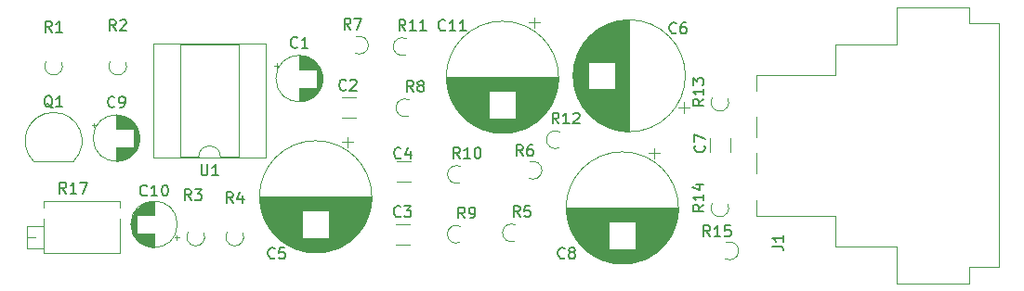
<source format=gbr>
%TF.GenerationSoftware,KiCad,Pcbnew,(6.0.0-0)*%
%TF.CreationDate,2023-11-25T22:12:00-05:00*%
%TF.ProjectId,pinker2,70696e6b-6572-4322-9e6b-696361645f70,rev?*%
%TF.SameCoordinates,Original*%
%TF.FileFunction,Legend,Top*%
%TF.FilePolarity,Positive*%
%FSLAX46Y46*%
G04 Gerber Fmt 4.6, Leading zero omitted, Abs format (unit mm)*
G04 Created by KiCad (PCBNEW (6.0.0-0)) date 2023-11-25 22:12:00*
%MOMM*%
%LPD*%
G01*
G04 APERTURE LIST*
%ADD10C,0.150000*%
%ADD11C,0.120000*%
G04 APERTURE END LIST*
D10*
%TO.C,R17*%
X129407142Y-100909380D02*
X129073809Y-100433190D01*
X128835714Y-100909380D02*
X128835714Y-99909380D01*
X129216666Y-99909380D01*
X129311904Y-99957000D01*
X129359523Y-100004619D01*
X129407142Y-100099857D01*
X129407142Y-100242714D01*
X129359523Y-100337952D01*
X129311904Y-100385571D01*
X129216666Y-100433190D01*
X128835714Y-100433190D01*
X130359523Y-100909380D02*
X129788095Y-100909380D01*
X130073809Y-100909380D02*
X130073809Y-99909380D01*
X129978571Y-100052238D01*
X129883333Y-100147476D01*
X129788095Y-100195095D01*
X130692857Y-99909380D02*
X131359523Y-99909380D01*
X130930952Y-100909380D01*
%TO.C,U1*%
X141732095Y-98258380D02*
X141732095Y-99067904D01*
X141779714Y-99163142D01*
X141827333Y-99210761D01*
X141922571Y-99258380D01*
X142113047Y-99258380D01*
X142208285Y-99210761D01*
X142255904Y-99163142D01*
X142303523Y-99067904D01*
X142303523Y-98258380D01*
X143303523Y-99258380D02*
X142732095Y-99258380D01*
X143017809Y-99258380D02*
X143017809Y-98258380D01*
X142922571Y-98401238D01*
X142827333Y-98496476D01*
X142732095Y-98544095D01*
%TO.C,R11*%
X160331142Y-86035380D02*
X159997809Y-85559190D01*
X159759714Y-86035380D02*
X159759714Y-85035380D01*
X160140666Y-85035380D01*
X160235904Y-85083000D01*
X160283523Y-85130619D01*
X160331142Y-85225857D01*
X160331142Y-85368714D01*
X160283523Y-85463952D01*
X160235904Y-85511571D01*
X160140666Y-85559190D01*
X159759714Y-85559190D01*
X161283523Y-86035380D02*
X160712095Y-86035380D01*
X160997809Y-86035380D02*
X160997809Y-85035380D01*
X160902571Y-85178238D01*
X160807333Y-85273476D01*
X160712095Y-85321095D01*
X162235904Y-86035380D02*
X161664476Y-86035380D01*
X161950190Y-86035380D02*
X161950190Y-85035380D01*
X161854952Y-85178238D01*
X161759714Y-85273476D01*
X161664476Y-85321095D01*
%TO.C,J1*%
X193762380Y-105743333D02*
X194476666Y-105743333D01*
X194619523Y-105790952D01*
X194714761Y-105886190D01*
X194762380Y-106029047D01*
X194762380Y-106124285D01*
X194762380Y-104743333D02*
X194762380Y-105314761D01*
X194762380Y-105029047D02*
X193762380Y-105029047D01*
X193905238Y-105124285D01*
X194000476Y-105219523D01*
X194048095Y-105314761D01*
%TO.C,R3*%
X140803333Y-101544380D02*
X140470000Y-101068190D01*
X140231904Y-101544380D02*
X140231904Y-100544380D01*
X140612857Y-100544380D01*
X140708095Y-100592000D01*
X140755714Y-100639619D01*
X140803333Y-100734857D01*
X140803333Y-100877714D01*
X140755714Y-100972952D01*
X140708095Y-101020571D01*
X140612857Y-101068190D01*
X140231904Y-101068190D01*
X141136666Y-100544380D02*
X141755714Y-100544380D01*
X141422380Y-100925333D01*
X141565238Y-100925333D01*
X141660476Y-100972952D01*
X141708095Y-101020571D01*
X141755714Y-101115809D01*
X141755714Y-101353904D01*
X141708095Y-101449142D01*
X141660476Y-101496761D01*
X141565238Y-101544380D01*
X141279523Y-101544380D01*
X141184285Y-101496761D01*
X141136666Y-101449142D01*
%TO.C,C3*%
X159892734Y-102973142D02*
X159845115Y-103020761D01*
X159702258Y-103068380D01*
X159607020Y-103068380D01*
X159464162Y-103020761D01*
X159368924Y-102925523D01*
X159321305Y-102830285D01*
X159273686Y-102639809D01*
X159273686Y-102496952D01*
X159321305Y-102306476D01*
X159368924Y-102211238D01*
X159464162Y-102116000D01*
X159607020Y-102068380D01*
X159702258Y-102068380D01*
X159845115Y-102116000D01*
X159892734Y-102163619D01*
X160226067Y-102068380D02*
X160845115Y-102068380D01*
X160511781Y-102449333D01*
X160654639Y-102449333D01*
X160749877Y-102496952D01*
X160797496Y-102544571D01*
X160845115Y-102639809D01*
X160845115Y-102877904D01*
X160797496Y-102973142D01*
X160749877Y-103020761D01*
X160654639Y-103068380D01*
X160368924Y-103068380D01*
X160273686Y-103020761D01*
X160226067Y-102973142D01*
%TO.C,Q1*%
X128174761Y-93105619D02*
X128079523Y-93058000D01*
X127984285Y-92962761D01*
X127841428Y-92819904D01*
X127746190Y-92772285D01*
X127650952Y-92772285D01*
X127698571Y-93010380D02*
X127603333Y-92962761D01*
X127508095Y-92867523D01*
X127460476Y-92677047D01*
X127460476Y-92343714D01*
X127508095Y-92153238D01*
X127603333Y-92058000D01*
X127698571Y-92010380D01*
X127889047Y-92010380D01*
X127984285Y-92058000D01*
X128079523Y-92153238D01*
X128127142Y-92343714D01*
X128127142Y-92677047D01*
X128079523Y-92867523D01*
X127984285Y-92962761D01*
X127889047Y-93010380D01*
X127698571Y-93010380D01*
X129079523Y-93010380D02*
X128508095Y-93010380D01*
X128793809Y-93010380D02*
X128793809Y-92010380D01*
X128698571Y-92153238D01*
X128603333Y-92248476D01*
X128508095Y-92296095D01*
%TO.C,R15*%
X188079142Y-104846380D02*
X187745809Y-104370190D01*
X187507714Y-104846380D02*
X187507714Y-103846380D01*
X187888666Y-103846380D01*
X187983904Y-103894000D01*
X188031523Y-103941619D01*
X188079142Y-104036857D01*
X188079142Y-104179714D01*
X188031523Y-104274952D01*
X187983904Y-104322571D01*
X187888666Y-104370190D01*
X187507714Y-104370190D01*
X189031523Y-104846380D02*
X188460095Y-104846380D01*
X188745809Y-104846380D02*
X188745809Y-103846380D01*
X188650571Y-103989238D01*
X188555333Y-104084476D01*
X188460095Y-104132095D01*
X189936285Y-103846380D02*
X189460095Y-103846380D01*
X189412476Y-104322571D01*
X189460095Y-104274952D01*
X189555333Y-104227333D01*
X189793428Y-104227333D01*
X189888666Y-104274952D01*
X189936285Y-104322571D01*
X189983904Y-104417809D01*
X189983904Y-104655904D01*
X189936285Y-104751142D01*
X189888666Y-104798761D01*
X189793428Y-104846380D01*
X189555333Y-104846380D01*
X189460095Y-104798761D01*
X189412476Y-104751142D01*
%TO.C,R1*%
X128103333Y-86177380D02*
X127770000Y-85701190D01*
X127531904Y-86177380D02*
X127531904Y-85177380D01*
X127912857Y-85177380D01*
X128008095Y-85225000D01*
X128055714Y-85272619D01*
X128103333Y-85367857D01*
X128103333Y-85510714D01*
X128055714Y-85605952D01*
X128008095Y-85653571D01*
X127912857Y-85701190D01*
X127531904Y-85701190D01*
X129055714Y-86177380D02*
X128484285Y-86177380D01*
X128770000Y-86177380D02*
X128770000Y-85177380D01*
X128674761Y-85320238D01*
X128579523Y-85415476D01*
X128484285Y-85463095D01*
%TO.C,C8*%
X174839333Y-106783142D02*
X174791714Y-106830761D01*
X174648857Y-106878380D01*
X174553619Y-106878380D01*
X174410761Y-106830761D01*
X174315523Y-106735523D01*
X174267904Y-106640285D01*
X174220285Y-106449809D01*
X174220285Y-106306952D01*
X174267904Y-106116476D01*
X174315523Y-106021238D01*
X174410761Y-105926000D01*
X174553619Y-105878380D01*
X174648857Y-105878380D01*
X174791714Y-105926000D01*
X174839333Y-105973619D01*
X175410761Y-106306952D02*
X175315523Y-106259333D01*
X175267904Y-106211714D01*
X175220285Y-106116476D01*
X175220285Y-106068857D01*
X175267904Y-105973619D01*
X175315523Y-105926000D01*
X175410761Y-105878380D01*
X175601238Y-105878380D01*
X175696476Y-105926000D01*
X175744095Y-105973619D01*
X175791714Y-106068857D01*
X175791714Y-106116476D01*
X175744095Y-106211714D01*
X175696476Y-106259333D01*
X175601238Y-106306952D01*
X175410761Y-106306952D01*
X175315523Y-106354571D01*
X175267904Y-106402190D01*
X175220285Y-106497428D01*
X175220285Y-106687904D01*
X175267904Y-106783142D01*
X175315523Y-106830761D01*
X175410761Y-106878380D01*
X175601238Y-106878380D01*
X175696476Y-106830761D01*
X175744095Y-106783142D01*
X175791714Y-106687904D01*
X175791714Y-106497428D01*
X175744095Y-106402190D01*
X175696476Y-106354571D01*
X175601238Y-106306952D01*
%TO.C,C6*%
X184999333Y-86209142D02*
X184951714Y-86256761D01*
X184808857Y-86304380D01*
X184713619Y-86304380D01*
X184570761Y-86256761D01*
X184475523Y-86161523D01*
X184427904Y-86066285D01*
X184380285Y-85875809D01*
X184380285Y-85732952D01*
X184427904Y-85542476D01*
X184475523Y-85447238D01*
X184570761Y-85352000D01*
X184713619Y-85304380D01*
X184808857Y-85304380D01*
X184951714Y-85352000D01*
X184999333Y-85399619D01*
X185856476Y-85304380D02*
X185666000Y-85304380D01*
X185570761Y-85352000D01*
X185523142Y-85399619D01*
X185427904Y-85542476D01*
X185380285Y-85732952D01*
X185380285Y-86113904D01*
X185427904Y-86209142D01*
X185475523Y-86256761D01*
X185570761Y-86304380D01*
X185761238Y-86304380D01*
X185856476Y-86256761D01*
X185904095Y-86209142D01*
X185951714Y-86113904D01*
X185951714Y-85875809D01*
X185904095Y-85780571D01*
X185856476Y-85732952D01*
X185761238Y-85685333D01*
X185570761Y-85685333D01*
X185475523Y-85732952D01*
X185427904Y-85780571D01*
X185380285Y-85875809D01*
%TO.C,C7*%
X187555142Y-96543666D02*
X187602761Y-96591285D01*
X187650380Y-96734142D01*
X187650380Y-96829380D01*
X187602761Y-96972238D01*
X187507523Y-97067476D01*
X187412285Y-97115095D01*
X187221809Y-97162714D01*
X187078952Y-97162714D01*
X186888476Y-97115095D01*
X186793238Y-97067476D01*
X186698000Y-96972238D01*
X186650380Y-96829380D01*
X186650380Y-96734142D01*
X186698000Y-96591285D01*
X186745619Y-96543666D01*
X186650380Y-96210333D02*
X186650380Y-95543666D01*
X187650380Y-95972238D01*
%TO.C,C4*%
X159912734Y-97639142D02*
X159865115Y-97686761D01*
X159722258Y-97734380D01*
X159627020Y-97734380D01*
X159484162Y-97686761D01*
X159388924Y-97591523D01*
X159341305Y-97496285D01*
X159293686Y-97305809D01*
X159293686Y-97162952D01*
X159341305Y-96972476D01*
X159388924Y-96877238D01*
X159484162Y-96782000D01*
X159627020Y-96734380D01*
X159722258Y-96734380D01*
X159865115Y-96782000D01*
X159912734Y-96829619D01*
X160769877Y-97067714D02*
X160769877Y-97734380D01*
X160531781Y-96686761D02*
X160293686Y-97401047D01*
X160912734Y-97401047D01*
%TO.C,C9*%
X133831933Y-92971142D02*
X133784314Y-93018761D01*
X133641457Y-93066380D01*
X133546219Y-93066380D01*
X133403361Y-93018761D01*
X133308123Y-92923523D01*
X133260504Y-92828285D01*
X133212885Y-92637809D01*
X133212885Y-92494952D01*
X133260504Y-92304476D01*
X133308123Y-92209238D01*
X133403361Y-92114000D01*
X133546219Y-92066380D01*
X133641457Y-92066380D01*
X133784314Y-92114000D01*
X133831933Y-92161619D01*
X134308123Y-93066380D02*
X134498600Y-93066380D01*
X134593838Y-93018761D01*
X134641457Y-92971142D01*
X134736695Y-92828285D01*
X134784314Y-92637809D01*
X134784314Y-92256857D01*
X134736695Y-92161619D01*
X134689076Y-92114000D01*
X134593838Y-92066380D01*
X134403361Y-92066380D01*
X134308123Y-92114000D01*
X134260504Y-92161619D01*
X134212885Y-92256857D01*
X134212885Y-92494952D01*
X134260504Y-92590190D01*
X134308123Y-92637809D01*
X134403361Y-92685428D01*
X134593838Y-92685428D01*
X134689076Y-92637809D01*
X134736695Y-92590190D01*
X134784314Y-92494952D01*
%TO.C,R13*%
X187508380Y-92291857D02*
X187032190Y-92625190D01*
X187508380Y-92863285D02*
X186508380Y-92863285D01*
X186508380Y-92482333D01*
X186556000Y-92387095D01*
X186603619Y-92339476D01*
X186698857Y-92291857D01*
X186841714Y-92291857D01*
X186936952Y-92339476D01*
X186984571Y-92387095D01*
X187032190Y-92482333D01*
X187032190Y-92863285D01*
X187508380Y-91339476D02*
X187508380Y-91910904D01*
X187508380Y-91625190D02*
X186508380Y-91625190D01*
X186651238Y-91720428D01*
X186746476Y-91815666D01*
X186794095Y-91910904D01*
X186508380Y-91006142D02*
X186508380Y-90387095D01*
X186889333Y-90720428D01*
X186889333Y-90577571D01*
X186936952Y-90482333D01*
X186984571Y-90434714D01*
X187079809Y-90387095D01*
X187317904Y-90387095D01*
X187413142Y-90434714D01*
X187460761Y-90482333D01*
X187508380Y-90577571D01*
X187508380Y-90863285D01*
X187460761Y-90958523D01*
X187413142Y-91006142D01*
%TO.C,R4*%
X144613333Y-101798380D02*
X144280000Y-101322190D01*
X144041904Y-101798380D02*
X144041904Y-100798380D01*
X144422857Y-100798380D01*
X144518095Y-100846000D01*
X144565714Y-100893619D01*
X144613333Y-100988857D01*
X144613333Y-101131714D01*
X144565714Y-101226952D01*
X144518095Y-101274571D01*
X144422857Y-101322190D01*
X144041904Y-101322190D01*
X145470476Y-101131714D02*
X145470476Y-101798380D01*
X145232380Y-100750761D02*
X144994285Y-101465047D01*
X145613333Y-101465047D01*
%TO.C,C5*%
X148423333Y-106783142D02*
X148375714Y-106830761D01*
X148232857Y-106878380D01*
X148137619Y-106878380D01*
X147994761Y-106830761D01*
X147899523Y-106735523D01*
X147851904Y-106640285D01*
X147804285Y-106449809D01*
X147804285Y-106306952D01*
X147851904Y-106116476D01*
X147899523Y-106021238D01*
X147994761Y-105926000D01*
X148137619Y-105878380D01*
X148232857Y-105878380D01*
X148375714Y-105926000D01*
X148423333Y-105973619D01*
X149328095Y-105878380D02*
X148851904Y-105878380D01*
X148804285Y-106354571D01*
X148851904Y-106306952D01*
X148947142Y-106259333D01*
X149185238Y-106259333D01*
X149280476Y-106306952D01*
X149328095Y-106354571D01*
X149375714Y-106449809D01*
X149375714Y-106687904D01*
X149328095Y-106783142D01*
X149280476Y-106830761D01*
X149185238Y-106878380D01*
X148947142Y-106878380D01*
X148851904Y-106830761D01*
X148804285Y-106783142D01*
%TO.C,R5*%
X170759010Y-103053380D02*
X170425677Y-102577190D01*
X170187581Y-103053380D02*
X170187581Y-102053380D01*
X170568534Y-102053380D01*
X170663772Y-102101000D01*
X170711391Y-102148619D01*
X170759010Y-102243857D01*
X170759010Y-102386714D01*
X170711391Y-102481952D01*
X170663772Y-102529571D01*
X170568534Y-102577190D01*
X170187581Y-102577190D01*
X171663772Y-102053380D02*
X171187581Y-102053380D01*
X171139962Y-102529571D01*
X171187581Y-102481952D01*
X171282819Y-102434333D01*
X171520915Y-102434333D01*
X171616153Y-102481952D01*
X171663772Y-102529571D01*
X171711391Y-102624809D01*
X171711391Y-102862904D01*
X171663772Y-102958142D01*
X171616153Y-103005761D01*
X171520915Y-103053380D01*
X171282819Y-103053380D01*
X171187581Y-103005761D01*
X171139962Y-102958142D01*
%TO.C,R14*%
X187508380Y-101943857D02*
X187032190Y-102277190D01*
X187508380Y-102515285D02*
X186508380Y-102515285D01*
X186508380Y-102134333D01*
X186556000Y-102039095D01*
X186603619Y-101991476D01*
X186698857Y-101943857D01*
X186841714Y-101943857D01*
X186936952Y-101991476D01*
X186984571Y-102039095D01*
X187032190Y-102134333D01*
X187032190Y-102515285D01*
X187508380Y-100991476D02*
X187508380Y-101562904D01*
X187508380Y-101277190D02*
X186508380Y-101277190D01*
X186651238Y-101372428D01*
X186746476Y-101467666D01*
X186794095Y-101562904D01*
X186841714Y-100134333D02*
X187508380Y-100134333D01*
X186460761Y-100372428D02*
X187175047Y-100610523D01*
X187175047Y-99991476D01*
%TO.C,R10*%
X165284142Y-97719380D02*
X164950809Y-97243190D01*
X164712714Y-97719380D02*
X164712714Y-96719380D01*
X165093666Y-96719380D01*
X165188904Y-96767000D01*
X165236523Y-96814619D01*
X165284142Y-96909857D01*
X165284142Y-97052714D01*
X165236523Y-97147952D01*
X165188904Y-97195571D01*
X165093666Y-97243190D01*
X164712714Y-97243190D01*
X166236523Y-97719380D02*
X165665095Y-97719380D01*
X165950809Y-97719380D02*
X165950809Y-96719380D01*
X165855571Y-96862238D01*
X165760333Y-96957476D01*
X165665095Y-97005095D01*
X166855571Y-96719380D02*
X166950809Y-96719380D01*
X167046047Y-96767000D01*
X167093666Y-96814619D01*
X167141285Y-96909857D01*
X167188904Y-97100333D01*
X167188904Y-97338428D01*
X167141285Y-97528904D01*
X167093666Y-97624142D01*
X167046047Y-97671761D01*
X166950809Y-97719380D01*
X166855571Y-97719380D01*
X166760333Y-97671761D01*
X166712714Y-97624142D01*
X166665095Y-97528904D01*
X166617476Y-97338428D01*
X166617476Y-97100333D01*
X166665095Y-96909857D01*
X166712714Y-96814619D01*
X166760333Y-96767000D01*
X166855571Y-96719380D01*
%TO.C,R8*%
X161057932Y-91623380D02*
X160724599Y-91147190D01*
X160486503Y-91623380D02*
X160486503Y-90623380D01*
X160867456Y-90623380D01*
X160962694Y-90671000D01*
X161010313Y-90718619D01*
X161057932Y-90813857D01*
X161057932Y-90956714D01*
X161010313Y-91051952D01*
X160962694Y-91099571D01*
X160867456Y-91147190D01*
X160486503Y-91147190D01*
X161629360Y-91051952D02*
X161534122Y-91004333D01*
X161486503Y-90956714D01*
X161438884Y-90861476D01*
X161438884Y-90813857D01*
X161486503Y-90718619D01*
X161534122Y-90671000D01*
X161629360Y-90623380D01*
X161819837Y-90623380D01*
X161915075Y-90671000D01*
X161962694Y-90718619D01*
X162010313Y-90813857D01*
X162010313Y-90861476D01*
X161962694Y-90956714D01*
X161915075Y-91004333D01*
X161819837Y-91051952D01*
X161629360Y-91051952D01*
X161534122Y-91099571D01*
X161486503Y-91147190D01*
X161438884Y-91242428D01*
X161438884Y-91432904D01*
X161486503Y-91528142D01*
X161534122Y-91575761D01*
X161629360Y-91623380D01*
X161819837Y-91623380D01*
X161915075Y-91575761D01*
X161962694Y-91528142D01*
X162010313Y-91432904D01*
X162010313Y-91242428D01*
X161962694Y-91147190D01*
X161915075Y-91099571D01*
X161819837Y-91051952D01*
%TO.C,R6*%
X171029333Y-97480380D02*
X170696000Y-97004190D01*
X170457904Y-97480380D02*
X170457904Y-96480380D01*
X170838857Y-96480380D01*
X170934095Y-96528000D01*
X170981714Y-96575619D01*
X171029333Y-96670857D01*
X171029333Y-96813714D01*
X170981714Y-96908952D01*
X170934095Y-96956571D01*
X170838857Y-97004190D01*
X170457904Y-97004190D01*
X171886476Y-96480380D02*
X171696000Y-96480380D01*
X171600761Y-96528000D01*
X171553142Y-96575619D01*
X171457904Y-96718476D01*
X171410285Y-96908952D01*
X171410285Y-97289904D01*
X171457904Y-97385142D01*
X171505523Y-97432761D01*
X171600761Y-97480380D01*
X171791238Y-97480380D01*
X171886476Y-97432761D01*
X171934095Y-97385142D01*
X171981714Y-97289904D01*
X171981714Y-97051809D01*
X171934095Y-96956571D01*
X171886476Y-96908952D01*
X171791238Y-96861333D01*
X171600761Y-96861333D01*
X171505523Y-96908952D01*
X171457904Y-96956571D01*
X171410285Y-97051809D01*
%TO.C,C2*%
X154920333Y-91416142D02*
X154872714Y-91463761D01*
X154729857Y-91511380D01*
X154634619Y-91511380D01*
X154491761Y-91463761D01*
X154396523Y-91368523D01*
X154348904Y-91273285D01*
X154301285Y-91082809D01*
X154301285Y-90939952D01*
X154348904Y-90749476D01*
X154396523Y-90654238D01*
X154491761Y-90559000D01*
X154634619Y-90511380D01*
X154729857Y-90511380D01*
X154872714Y-90559000D01*
X154920333Y-90606619D01*
X155301285Y-90606619D02*
X155348904Y-90559000D01*
X155444142Y-90511380D01*
X155682238Y-90511380D01*
X155777476Y-90559000D01*
X155825095Y-90606619D01*
X155872714Y-90701857D01*
X155872714Y-90797095D01*
X155825095Y-90939952D01*
X155253666Y-91511380D01*
X155872714Y-91511380D01*
%TO.C,R7*%
X155340734Y-85923380D02*
X155007401Y-85447190D01*
X154769305Y-85923380D02*
X154769305Y-84923380D01*
X155150258Y-84923380D01*
X155245496Y-84971000D01*
X155293115Y-85018619D01*
X155340734Y-85113857D01*
X155340734Y-85256714D01*
X155293115Y-85351952D01*
X155245496Y-85399571D01*
X155150258Y-85447190D01*
X154769305Y-85447190D01*
X155674067Y-84923380D02*
X156340734Y-84923380D01*
X155912162Y-85923380D01*
%TO.C,R2*%
X133945333Y-86050380D02*
X133612000Y-85574190D01*
X133373904Y-86050380D02*
X133373904Y-85050380D01*
X133754857Y-85050380D01*
X133850095Y-85098000D01*
X133897714Y-85145619D01*
X133945333Y-85240857D01*
X133945333Y-85383714D01*
X133897714Y-85478952D01*
X133850095Y-85526571D01*
X133754857Y-85574190D01*
X133373904Y-85574190D01*
X134326285Y-85145619D02*
X134373904Y-85098000D01*
X134469142Y-85050380D01*
X134707238Y-85050380D01*
X134802476Y-85098000D01*
X134850095Y-85145619D01*
X134897714Y-85240857D01*
X134897714Y-85336095D01*
X134850095Y-85478952D01*
X134278666Y-86050380D01*
X134897714Y-86050380D01*
%TO.C,R12*%
X174297142Y-94544380D02*
X173963809Y-94068190D01*
X173725714Y-94544380D02*
X173725714Y-93544380D01*
X174106666Y-93544380D01*
X174201904Y-93592000D01*
X174249523Y-93639619D01*
X174297142Y-93734857D01*
X174297142Y-93877714D01*
X174249523Y-93972952D01*
X174201904Y-94020571D01*
X174106666Y-94068190D01*
X173725714Y-94068190D01*
X175249523Y-94544380D02*
X174678095Y-94544380D01*
X174963809Y-94544380D02*
X174963809Y-93544380D01*
X174868571Y-93687238D01*
X174773333Y-93782476D01*
X174678095Y-93830095D01*
X175630476Y-93639619D02*
X175678095Y-93592000D01*
X175773333Y-93544380D01*
X176011428Y-93544380D01*
X176106666Y-93592000D01*
X176154285Y-93639619D01*
X176201904Y-93734857D01*
X176201904Y-93830095D01*
X176154285Y-93972952D01*
X175582857Y-94544380D01*
X176201904Y-94544380D01*
%TO.C,C11*%
X163949142Y-85955142D02*
X163901523Y-86002761D01*
X163758666Y-86050380D01*
X163663428Y-86050380D01*
X163520571Y-86002761D01*
X163425333Y-85907523D01*
X163377714Y-85812285D01*
X163330095Y-85621809D01*
X163330095Y-85478952D01*
X163377714Y-85288476D01*
X163425333Y-85193238D01*
X163520571Y-85098000D01*
X163663428Y-85050380D01*
X163758666Y-85050380D01*
X163901523Y-85098000D01*
X163949142Y-85145619D01*
X164901523Y-86050380D02*
X164330095Y-86050380D01*
X164615809Y-86050380D02*
X164615809Y-85050380D01*
X164520571Y-85193238D01*
X164425333Y-85288476D01*
X164330095Y-85336095D01*
X165853904Y-86050380D02*
X165282476Y-86050380D01*
X165568190Y-86050380D02*
X165568190Y-85050380D01*
X165472952Y-85193238D01*
X165377714Y-85288476D01*
X165282476Y-85336095D01*
%TO.C,C10*%
X136783142Y-101052142D02*
X136735523Y-101099761D01*
X136592666Y-101147380D01*
X136497428Y-101147380D01*
X136354571Y-101099761D01*
X136259333Y-101004523D01*
X136211714Y-100909285D01*
X136164095Y-100718809D01*
X136164095Y-100575952D01*
X136211714Y-100385476D01*
X136259333Y-100290238D01*
X136354571Y-100195000D01*
X136497428Y-100147380D01*
X136592666Y-100147380D01*
X136735523Y-100195000D01*
X136783142Y-100242619D01*
X137735523Y-101147380D02*
X137164095Y-101147380D01*
X137449809Y-101147380D02*
X137449809Y-100147380D01*
X137354571Y-100290238D01*
X137259333Y-100385476D01*
X137164095Y-100433095D01*
X138354571Y-100147380D02*
X138449809Y-100147380D01*
X138545047Y-100195000D01*
X138592666Y-100242619D01*
X138640285Y-100337857D01*
X138687904Y-100528333D01*
X138687904Y-100766428D01*
X138640285Y-100956904D01*
X138592666Y-101052142D01*
X138545047Y-101099761D01*
X138449809Y-101147380D01*
X138354571Y-101147380D01*
X138259333Y-101099761D01*
X138211714Y-101052142D01*
X138164095Y-100956904D01*
X138116476Y-100766428D01*
X138116476Y-100528333D01*
X138164095Y-100337857D01*
X138211714Y-100242619D01*
X138259333Y-100195000D01*
X138354571Y-100147380D01*
%TO.C,C1*%
X150482734Y-87531142D02*
X150435115Y-87578761D01*
X150292258Y-87626380D01*
X150197020Y-87626380D01*
X150054162Y-87578761D01*
X149958924Y-87483523D01*
X149911305Y-87388285D01*
X149863686Y-87197809D01*
X149863686Y-87054952D01*
X149911305Y-86864476D01*
X149958924Y-86769238D01*
X150054162Y-86674000D01*
X150197020Y-86626380D01*
X150292258Y-86626380D01*
X150435115Y-86674000D01*
X150482734Y-86721619D01*
X151435115Y-87626380D02*
X150863686Y-87626380D01*
X151149401Y-87626380D02*
X151149401Y-86626380D01*
X151054162Y-86769238D01*
X150958924Y-86864476D01*
X150863686Y-86912095D01*
%TO.C,R9*%
X165740333Y-103180380D02*
X165407000Y-102704190D01*
X165168904Y-103180380D02*
X165168904Y-102180380D01*
X165549857Y-102180380D01*
X165645095Y-102228000D01*
X165692714Y-102275619D01*
X165740333Y-102370857D01*
X165740333Y-102513714D01*
X165692714Y-102608952D01*
X165645095Y-102656571D01*
X165549857Y-102704190D01*
X165168904Y-102704190D01*
X166216523Y-103180380D02*
X166407000Y-103180380D01*
X166502238Y-103132761D01*
X166549857Y-103085142D01*
X166645095Y-102942285D01*
X166692714Y-102751809D01*
X166692714Y-102370857D01*
X166645095Y-102275619D01*
X166597476Y-102228000D01*
X166502238Y-102180380D01*
X166311761Y-102180380D01*
X166216523Y-102228000D01*
X166168904Y-102275619D01*
X166121285Y-102370857D01*
X166121285Y-102608952D01*
X166168904Y-102704190D01*
X166216523Y-102751809D01*
X166311761Y-102799428D01*
X166502238Y-102799428D01*
X166597476Y-102751809D01*
X166645095Y-102704190D01*
X166692714Y-102608952D01*
D11*
%TO.C,R17*%
X125815000Y-104937000D02*
X126574000Y-104937000D01*
X127334000Y-103927000D02*
X127334000Y-105947000D01*
X125815000Y-103927000D02*
X125815000Y-105947000D01*
X125815000Y-105947000D02*
X127334000Y-105947000D01*
X125815000Y-103927000D02*
X127334000Y-103927000D01*
X134285000Y-103222000D02*
X134285000Y-106327000D01*
X134285000Y-101587000D02*
X134285000Y-102232000D01*
X127335000Y-103222000D02*
X127335000Y-106327000D01*
X127335000Y-101587000D02*
X127335000Y-102232000D01*
X127335000Y-106327000D02*
X134285000Y-106327000D01*
X127335000Y-101587000D02*
X134285000Y-101587000D01*
%TO.C,U1*%
X137344000Y-97646000D02*
X147624000Y-97646000D01*
X137344000Y-87246000D02*
X137344000Y-97646000D01*
X147624000Y-87246000D02*
X137344000Y-87246000D01*
X147624000Y-97646000D02*
X147624000Y-87246000D01*
X139834000Y-97586000D02*
X141484000Y-97586000D01*
X139834000Y-87306000D02*
X139834000Y-97586000D01*
X145134000Y-87306000D02*
X139834000Y-87306000D01*
X145134000Y-97586000D02*
X145134000Y-87306000D01*
X143484000Y-97586000D02*
X145134000Y-97586000D01*
X143484000Y-97586000D02*
G75*
G03*
X141484000Y-97586000I-1000000J0D01*
G01*
%TO.C,R11*%
X160441133Y-86803000D02*
G75*
G03*
X160344095Y-88252359I-417133J-700000D01*
G01*
%TO.C,J1*%
X205120000Y-105740000D02*
X199470000Y-105740000D01*
X205120000Y-109140000D02*
X205120000Y-105740000D01*
X205120000Y-87300000D02*
X205120000Y-83900000D01*
X199470000Y-102940000D02*
X199470000Y-105740000D01*
X192270000Y-101520000D02*
X192270000Y-102940000D01*
X192270000Y-90100000D02*
X192270000Y-91520000D01*
X211710000Y-85400000D02*
X214410000Y-85400000D01*
X211710000Y-109140000D02*
X205120000Y-109140000D01*
X192270000Y-95820000D02*
X192270000Y-93920000D01*
X211710000Y-83900000D02*
X211710000Y-85400000D01*
X214410000Y-85400000D02*
X214410000Y-107640000D01*
X205120000Y-87300000D02*
X199470000Y-87300000D01*
X199470000Y-90100000D02*
X199470000Y-87300000D01*
X199470000Y-102940000D02*
X192270000Y-102940000D01*
X211710000Y-107640000D02*
X211710000Y-109140000D01*
X192270000Y-97220000D02*
X192270000Y-99120000D01*
X199470000Y-90100000D02*
X192270000Y-90100000D01*
X211710000Y-107640000D02*
X214410000Y-107640000D01*
X211710000Y-83900000D02*
X205120000Y-83900000D01*
%TO.C,R3*%
X140524000Y-104484867D02*
G75*
G03*
X141973359Y-104581905I700000J-417133D01*
G01*
%TO.C,C3*%
X160708401Y-103728000D02*
X159450401Y-103728000D01*
X160708401Y-105568000D02*
X159450401Y-105568000D01*
%TO.C,Q1*%
X128270000Y-93517999D02*
G75*
G03*
X126431522Y-97956478I0J-2600001D01*
G01*
X130108478Y-97956478D02*
G75*
G03*
X128270000Y-93518000I-1838478J1838478D01*
G01*
X126470000Y-97968000D02*
X130070000Y-97968000D01*
%TO.C,R15*%
X189463867Y-106872000D02*
G75*
G03*
X189560905Y-105422641I417133J700000D01*
G01*
%TO.C,R1*%
X127570000Y-88879867D02*
G75*
G03*
X129019359Y-88976905I700000J-417133D01*
G01*
%TO.C,C8*%
X178845000Y-105041323D02*
X175839000Y-105041323D01*
X178845000Y-103801323D02*
X175249000Y-103801323D01*
X185116000Y-102961323D02*
X175056000Y-102961323D01*
X184307000Y-105081323D02*
X181327000Y-105081323D01*
X183687000Y-105841323D02*
X181327000Y-105841323D01*
X182030000Y-106961323D02*
X178142000Y-106961323D01*
X180685000Y-107321323D02*
X179487000Y-107321323D01*
X184689000Y-104401323D02*
X181327000Y-104401323D01*
X178845000Y-104961323D02*
X175788000Y-104961323D01*
X184409000Y-104921323D02*
X181327000Y-104921323D01*
X185161000Y-102480323D02*
X175011000Y-102480323D01*
X178845000Y-104481323D02*
X175522000Y-104481323D01*
X184840000Y-104041323D02*
X181327000Y-104041323D01*
X178845000Y-105961323D02*
X176608000Y-105961323D01*
X184043000Y-105441323D02*
X181327000Y-105441323D01*
X181716000Y-107081323D02*
X178456000Y-107081323D01*
X182916000Y-106481323D02*
X177256000Y-106481323D01*
X185097000Y-103081323D02*
X175075000Y-103081323D01*
X178845000Y-103961323D02*
X175303000Y-103961323D01*
X183340000Y-106161323D02*
X176832000Y-106161323D01*
X178845000Y-104361323D02*
X175465000Y-104361323D01*
X183031000Y-106401323D02*
X177141000Y-106401323D01*
X185042000Y-103361323D02*
X175130000Y-103361323D01*
X178845000Y-103761323D02*
X175236000Y-103761323D01*
X185164000Y-102400323D02*
X175008000Y-102400323D01*
X185140000Y-102760323D02*
X175032000Y-102760323D01*
X184433000Y-104881323D02*
X181327000Y-104881323D01*
X182596000Y-106681323D02*
X177576000Y-106681323D01*
X181828000Y-107041323D02*
X178344000Y-107041323D01*
X185033000Y-103401323D02*
X175139000Y-103401323D01*
X178845000Y-104121323D02*
X175363000Y-104121323D01*
X183086000Y-106361323D02*
X177086000Y-106361323D01*
X178845000Y-105081323D02*
X175865000Y-105081323D01*
X183292000Y-106201323D02*
X176880000Y-106201323D01*
X178845000Y-103841323D02*
X175262000Y-103841323D01*
X181596000Y-107121323D02*
X178576000Y-107121323D01*
X184883000Y-103921323D02*
X181327000Y-103921323D01*
X178845000Y-105001323D02*
X175813000Y-105001323D01*
X185004000Y-103521323D02*
X181327000Y-103521323D01*
X178845000Y-105121323D02*
X175892000Y-105121323D01*
X178845000Y-104721323D02*
X175646000Y-104721323D01*
X185024000Y-103441323D02*
X175148000Y-103441323D01*
X178845000Y-105841323D02*
X176485000Y-105841323D01*
X185068000Y-103241323D02*
X175104000Y-103241323D01*
X183839000Y-105681323D02*
X181327000Y-105681323D01*
X184923000Y-103801323D02*
X181327000Y-103801323D01*
X182295000Y-106841323D02*
X177877000Y-106841323D01*
X185165000Y-102360323D02*
X175007000Y-102360323D01*
X185166000Y-102320323D02*
X175006000Y-102320323D01*
X178845000Y-104321323D02*
X175447000Y-104321323D01*
X178845000Y-105481323D02*
X176161000Y-105481323D01*
X185083000Y-103161323D02*
X175089000Y-103161323D01*
X178845000Y-104081323D02*
X175348000Y-104081323D01*
X184725000Y-104321323D02*
X181327000Y-104321323D01*
X181464000Y-107161323D02*
X178708000Y-107161323D01*
X183564000Y-105961323D02*
X181327000Y-105961323D01*
X182795000Y-106561323D02*
X177377000Y-106561323D01*
X185159000Y-102520323D02*
X175013000Y-102520323D01*
X183875000Y-105641323D02*
X181327000Y-105641323D01*
X184166000Y-105281323D02*
X181327000Y-105281323D01*
X178845000Y-105161323D02*
X175920000Y-105161323D01*
X185051000Y-103321323D02*
X175121000Y-103321323D01*
X184252000Y-105161323D02*
X181327000Y-105161323D01*
X183478000Y-106041323D02*
X176694000Y-106041323D01*
X183978000Y-105521323D02*
X181327000Y-105521323D01*
X184011000Y-105481323D02*
X181327000Y-105481323D01*
X184983000Y-103601323D02*
X181327000Y-103601323D01*
X185126000Y-102880323D02*
X175046000Y-102880323D01*
X178845000Y-104281323D02*
X175429000Y-104281323D01*
X183433000Y-106081323D02*
X176739000Y-106081323D01*
X185148000Y-102680323D02*
X175024000Y-102680323D01*
X184333000Y-105041323D02*
X181327000Y-105041323D01*
X183802000Y-105721323D02*
X181327000Y-105721323D01*
X185076000Y-103201323D02*
X175096000Y-103201323D01*
X178845000Y-104201323D02*
X175396000Y-104201323D01*
X184824000Y-104081323D02*
X181327000Y-104081323D01*
X184631000Y-104521323D02*
X181327000Y-104521323D01*
X185110000Y-103001323D02*
X175062000Y-103001323D01*
X178845000Y-105681323D02*
X176333000Y-105681323D01*
X178845000Y-104441323D02*
X175502000Y-104441323D01*
X183726000Y-105801323D02*
X181327000Y-105801323D01*
X182525000Y-106721323D02*
X177647000Y-106721323D01*
X184075000Y-105401323D02*
X181327000Y-105401323D01*
X178845000Y-104881323D02*
X175739000Y-104881323D01*
X178845000Y-104641323D02*
X175603000Y-104641323D01*
X178845000Y-104521323D02*
X175541000Y-104521323D01*
X184670000Y-104441323D02*
X181327000Y-104441323D01*
X182123000Y-106921323D02*
X178049000Y-106921323D01*
X183242000Y-106241323D02*
X176930000Y-106241323D01*
X178845000Y-103721323D02*
X175224000Y-103721323D01*
X178845000Y-104841323D02*
X175715000Y-104841323D01*
X185166000Y-102240323D02*
X175006000Y-102240323D01*
X184569000Y-104641323D02*
X181327000Y-104641323D01*
X178845000Y-104921323D02*
X175763000Y-104921323D01*
X178845000Y-104401323D02*
X175483000Y-104401323D01*
X184809000Y-104121323D02*
X181327000Y-104121323D01*
X185136000Y-102800323D02*
X175036000Y-102800323D01*
X184611000Y-104561323D02*
X181327000Y-104561323D01*
X185060000Y-103281323D02*
X175112000Y-103281323D01*
X184971000Y-103641323D02*
X181327000Y-103641323D01*
X178845000Y-105321323D02*
X176036000Y-105321323D01*
X184869000Y-103961323D02*
X181327000Y-103961323D01*
X184196000Y-105241323D02*
X181327000Y-105241323D01*
X180948000Y-107281323D02*
X179224000Y-107281323D01*
X178845000Y-103681323D02*
X175212000Y-103681323D01*
X178845000Y-104241323D02*
X175412000Y-104241323D01*
X185090000Y-103121323D02*
X175082000Y-103121323D01*
X185144000Y-102720323D02*
X175028000Y-102720323D01*
X178845000Y-105761323D02*
X176407000Y-105761323D01*
X178845000Y-105361323D02*
X176066000Y-105361323D01*
X184280000Y-105121323D02*
X181327000Y-105121323D01*
X182211000Y-106881323D02*
X177961000Y-106881323D01*
X178845000Y-105881323D02*
X176525000Y-105881323D01*
X184910000Y-103841323D02*
X181327000Y-103841323D01*
X182961000Y-96760677D02*
X182961000Y-97760677D01*
X183647000Y-105881323D02*
X181327000Y-105881323D01*
X184106000Y-105361323D02*
X181327000Y-105361323D01*
X184897000Y-103881323D02*
X181327000Y-103881323D01*
X182975000Y-106441323D02*
X177197000Y-106441323D01*
X178845000Y-103601323D02*
X175189000Y-103601323D01*
X178845000Y-103521323D02*
X175168000Y-103521323D01*
X181932000Y-107001323D02*
X178240000Y-107001323D01*
X184760000Y-104241323D02*
X181327000Y-104241323D01*
X178845000Y-104561323D02*
X175561000Y-104561323D01*
X184224000Y-105201323D02*
X181327000Y-105201323D01*
X178845000Y-103641323D02*
X175201000Y-103641323D01*
X178845000Y-105281323D02*
X176006000Y-105281323D01*
X182451000Y-106761323D02*
X177721000Y-106761323D01*
X178845000Y-105441323D02*
X176129000Y-105441323D01*
X178845000Y-103881323D02*
X175275000Y-103881323D01*
X183765000Y-105761323D02*
X181327000Y-105761323D01*
X185151000Y-102640323D02*
X175021000Y-102640323D01*
X178845000Y-104681323D02*
X175624000Y-104681323D01*
X178845000Y-105401323D02*
X176097000Y-105401323D01*
X185156000Y-102560323D02*
X175016000Y-102560323D01*
X184548000Y-104681323D02*
X181327000Y-104681323D01*
X183522000Y-106001323D02*
X176650000Y-106001323D01*
X178845000Y-105721323D02*
X176370000Y-105721323D01*
X184481000Y-104801323D02*
X181327000Y-104801323D01*
X184854000Y-104001323D02*
X181327000Y-104001323D01*
X178845000Y-105561323D02*
X176228000Y-105561323D01*
X182375000Y-106801323D02*
X177797000Y-106801323D01*
X178845000Y-105201323D02*
X175948000Y-105201323D01*
X181148000Y-107241323D02*
X179024000Y-107241323D01*
X178845000Y-104801323D02*
X175691000Y-104801323D01*
X184993000Y-103561323D02*
X181327000Y-103561323D01*
X183944000Y-105561323D02*
X181327000Y-105561323D01*
X183387000Y-106121323D02*
X176785000Y-106121323D01*
X178845000Y-104001323D02*
X175318000Y-104001323D01*
X183140000Y-106321323D02*
X177032000Y-106321323D01*
X178845000Y-104601323D02*
X175582000Y-104601323D01*
X181316000Y-107201323D02*
X178856000Y-107201323D01*
X178845000Y-103921323D02*
X175289000Y-103921323D01*
X185154000Y-102600323D02*
X175018000Y-102600323D01*
X182856000Y-106521323D02*
X177316000Y-106521323D01*
X184590000Y-104601323D02*
X181327000Y-104601323D01*
X178845000Y-104761323D02*
X175669000Y-104761323D01*
X178845000Y-105521323D02*
X176194000Y-105521323D01*
X184793000Y-104161323D02*
X181327000Y-104161323D01*
X184936000Y-103761323D02*
X181327000Y-103761323D01*
X185121000Y-102920323D02*
X175051000Y-102920323D01*
X178845000Y-105241323D02*
X175976000Y-105241323D01*
X184776000Y-104201323D02*
X181327000Y-104201323D01*
X185131000Y-102840323D02*
X175041000Y-102840323D01*
X182665000Y-106641323D02*
X177507000Y-106641323D01*
X184960000Y-103681323D02*
X181327000Y-103681323D01*
X182731000Y-106601323D02*
X177441000Y-106601323D01*
X184384000Y-104961323D02*
X181327000Y-104961323D01*
X185104000Y-103041323D02*
X175068000Y-103041323D01*
X183461000Y-97260677D02*
X182461000Y-97260677D01*
X185014000Y-103481323D02*
X175158000Y-103481323D01*
X178845000Y-104041323D02*
X175332000Y-104041323D01*
X183606000Y-105921323D02*
X181327000Y-105921323D01*
X183910000Y-105601323D02*
X181327000Y-105601323D01*
X185166000Y-102280323D02*
X175006000Y-102280323D01*
X184650000Y-104481323D02*
X181327000Y-104481323D01*
X185163000Y-102440323D02*
X175009000Y-102440323D01*
X178845000Y-105601323D02*
X176262000Y-105601323D01*
X183192000Y-106281323D02*
X176980000Y-106281323D01*
X178845000Y-105801323D02*
X176446000Y-105801323D01*
X184457000Y-104841323D02*
X181327000Y-104841323D01*
X184503000Y-104761323D02*
X181327000Y-104761323D01*
X178845000Y-105641323D02*
X176297000Y-105641323D01*
X184743000Y-104281323D02*
X181327000Y-104281323D01*
X184948000Y-103721323D02*
X181327000Y-103721323D01*
X178845000Y-105921323D02*
X176566000Y-105921323D01*
X184359000Y-105001323D02*
X181327000Y-105001323D01*
X178845000Y-104161323D02*
X175379000Y-104161323D01*
X184136000Y-105321323D02*
X181327000Y-105321323D01*
X184526000Y-104721323D02*
X181327000Y-104721323D01*
X178845000Y-103561323D02*
X175179000Y-103561323D01*
X184707000Y-104361323D02*
X181327000Y-104361323D01*
X185206000Y-102240323D02*
G75*
G03*
X185206000Y-102240323I-5120000J0D01*
G01*
%TO.C,C6*%
X180675677Y-95250000D02*
X180675677Y-85090000D01*
X178674677Y-88929000D02*
X178674677Y-85513000D01*
X178874677Y-88929000D02*
X178874677Y-85432000D01*
X177034677Y-93690000D02*
X177034677Y-91411000D01*
X177674677Y-88929000D02*
X177674677Y-86090000D01*
X179034677Y-94967000D02*
X179034677Y-91411000D01*
X176674677Y-93276000D02*
X176674677Y-87064000D01*
X177354677Y-93994000D02*
X177354677Y-91411000D01*
X177394677Y-88929000D02*
X177394677Y-86312000D01*
X179594677Y-95126000D02*
X179594677Y-85214000D01*
X179794677Y-95167000D02*
X179794677Y-85173000D01*
X176994677Y-88929000D02*
X176994677Y-86692000D01*
X178754677Y-94860000D02*
X178754677Y-91411000D01*
X180475677Y-95245000D02*
X180475677Y-85095000D01*
X179394677Y-95077000D02*
X179394677Y-91411000D01*
X178234677Y-94610000D02*
X178234677Y-91411000D01*
X178114677Y-94541000D02*
X178114677Y-91411000D01*
X176314677Y-92749000D02*
X176314677Y-87591000D01*
X179354677Y-88929000D02*
X179354677Y-85273000D01*
X180595677Y-95249000D02*
X180595677Y-85091000D01*
X179114677Y-94994000D02*
X179114677Y-91411000D01*
X178234677Y-88929000D02*
X178234677Y-85730000D01*
X178634677Y-88929000D02*
X178634677Y-85531000D01*
X177194677Y-88929000D02*
X177194677Y-86491000D01*
X178954677Y-94938000D02*
X178954677Y-91411000D01*
X179714677Y-95152000D02*
X179714677Y-85188000D01*
X180635677Y-95250000D02*
X180635677Y-85090000D01*
X175754677Y-91400000D02*
X175754677Y-88940000D01*
X178114677Y-88929000D02*
X178114677Y-85799000D01*
X177154677Y-93810000D02*
X177154677Y-91411000D01*
X178594677Y-94791000D02*
X178594677Y-91411000D01*
X177754677Y-88929000D02*
X177754677Y-86032000D01*
X177874677Y-94391000D02*
X177874677Y-91411000D01*
X176074677Y-92295000D02*
X176074677Y-88045000D01*
X178314677Y-94653000D02*
X178314677Y-91411000D01*
X176794677Y-93424000D02*
X176794677Y-86916000D01*
X175794677Y-91548000D02*
X175794677Y-88792000D01*
X178874677Y-94908000D02*
X178874677Y-91411000D01*
X179194677Y-88929000D02*
X179194677Y-85320000D01*
X176834677Y-93471000D02*
X176834677Y-86869000D01*
X179074677Y-88929000D02*
X179074677Y-85359000D01*
X178034677Y-94493000D02*
X178034677Y-91411000D01*
X179754677Y-95160000D02*
X179754677Y-85180000D01*
X180155677Y-95220000D02*
X180155677Y-85120000D01*
X177474677Y-88929000D02*
X177474677Y-86245000D01*
X178954677Y-88929000D02*
X178954677Y-85402000D01*
X180075677Y-95210000D02*
X180075677Y-85130000D01*
X177714677Y-94280000D02*
X177714677Y-91411000D01*
X179154677Y-95007000D02*
X179154677Y-91411000D01*
X176554677Y-93115000D02*
X176554677Y-87225000D01*
X178274677Y-94632000D02*
X178274677Y-91411000D01*
X178394677Y-88929000D02*
X178394677Y-85645000D01*
X177194677Y-93849000D02*
X177194677Y-91411000D01*
X179514677Y-95108000D02*
X179514677Y-85232000D01*
X175994677Y-92114000D02*
X175994677Y-88226000D01*
X180355677Y-95238000D02*
X180355677Y-85102000D01*
X179554677Y-95117000D02*
X179554677Y-85223000D01*
X179154677Y-88929000D02*
X179154677Y-85333000D01*
X176754677Y-93376000D02*
X176754677Y-86964000D01*
X179634677Y-95135000D02*
X179634677Y-85205000D01*
X179314677Y-88929000D02*
X179314677Y-85285000D01*
X176154677Y-92459000D02*
X176154677Y-87881000D01*
X177474677Y-94095000D02*
X177474677Y-91411000D01*
X178434677Y-94715000D02*
X178434677Y-91411000D01*
X179474677Y-95098000D02*
X179474677Y-85242000D01*
X177594677Y-88929000D02*
X177594677Y-86150000D01*
X178994677Y-94953000D02*
X178994677Y-91411000D01*
X178154677Y-94565000D02*
X178154677Y-91411000D01*
X177994677Y-94468000D02*
X177994677Y-91411000D01*
X179234677Y-88929000D02*
X179234677Y-85308000D01*
X177914677Y-94417000D02*
X177914677Y-91411000D01*
X178514677Y-94754000D02*
X178514677Y-91411000D01*
X177394677Y-94028000D02*
X177394677Y-91411000D01*
X176634677Y-93224000D02*
X176634677Y-87116000D01*
X178594677Y-88929000D02*
X178594677Y-85549000D01*
X176114677Y-92379000D02*
X176114677Y-87961000D01*
X177834677Y-94364000D02*
X177834677Y-91411000D01*
X178834677Y-94893000D02*
X178834677Y-91411000D01*
X180315677Y-95235000D02*
X180315677Y-85105000D01*
X180395677Y-95240000D02*
X180395677Y-85100000D01*
X177114677Y-93771000D02*
X177114677Y-91411000D01*
X176874677Y-93517000D02*
X176874677Y-86823000D01*
X180515677Y-95247000D02*
X180515677Y-85093000D01*
X178474677Y-88929000D02*
X178474677Y-85606000D01*
X186195323Y-93045000D02*
X185195323Y-93045000D01*
X177794677Y-88929000D02*
X177794677Y-86004000D01*
X176474677Y-93000000D02*
X176474677Y-87340000D01*
X177274677Y-88929000D02*
X177274677Y-86417000D01*
X177634677Y-94220000D02*
X177634677Y-91411000D01*
X178554677Y-88929000D02*
X178554677Y-85567000D01*
X178314677Y-88929000D02*
X178314677Y-85687000D01*
X176954677Y-93606000D02*
X176954677Y-86734000D01*
X176434677Y-92940000D02*
X176434677Y-87400000D01*
X177114677Y-88929000D02*
X177114677Y-86569000D01*
X175674677Y-91032000D02*
X175674677Y-89308000D01*
X178274677Y-88929000D02*
X178274677Y-85708000D01*
X178714677Y-88929000D02*
X178714677Y-85496000D01*
X177034677Y-88929000D02*
X177034677Y-86650000D01*
X177554677Y-88929000D02*
X177554677Y-86181000D01*
X175914677Y-91912000D02*
X175914677Y-88428000D01*
X179274677Y-88929000D02*
X179274677Y-85296000D01*
X178754677Y-88929000D02*
X178754677Y-85480000D01*
X180275677Y-95232000D02*
X180275677Y-85108000D01*
X177834677Y-88929000D02*
X177834677Y-85976000D01*
X175834677Y-91680000D02*
X175834677Y-88660000D01*
X180715677Y-95250000D02*
X180715677Y-85090000D01*
X176994677Y-93648000D02*
X176994677Y-91411000D01*
X177354677Y-88929000D02*
X177354677Y-86346000D01*
X180195677Y-95224000D02*
X180195677Y-85116000D01*
X176034677Y-92207000D02*
X176034677Y-88133000D01*
X176714677Y-93326000D02*
X176714677Y-87014000D01*
X179954677Y-95194000D02*
X179954677Y-85146000D01*
X176274677Y-92680000D02*
X176274677Y-87660000D01*
X175634677Y-90769000D02*
X175634677Y-89571000D01*
X180435677Y-95243000D02*
X180435677Y-85097000D01*
X177634677Y-88929000D02*
X177634677Y-86120000D01*
X177794677Y-94336000D02*
X177794677Y-91411000D01*
X177914677Y-88929000D02*
X177914677Y-85923000D01*
X179114677Y-88929000D02*
X179114677Y-85346000D01*
X179434677Y-88929000D02*
X179434677Y-85252000D01*
X177714677Y-88929000D02*
X177714677Y-86060000D01*
X178354677Y-88929000D02*
X178354677Y-85666000D01*
X179314677Y-95055000D02*
X179314677Y-91411000D01*
X177074677Y-93731000D02*
X177074677Y-91411000D01*
X178834677Y-88929000D02*
X178834677Y-85447000D01*
X177674677Y-94250000D02*
X177674677Y-91411000D01*
X178674677Y-94827000D02*
X178674677Y-91411000D01*
X178914677Y-88929000D02*
X178914677Y-85416000D01*
X177434677Y-94062000D02*
X177434677Y-91411000D01*
X179274677Y-95044000D02*
X179274677Y-91411000D01*
X178994677Y-88929000D02*
X178994677Y-85387000D01*
X177154677Y-88929000D02*
X177154677Y-86530000D01*
X177234677Y-88929000D02*
X177234677Y-86454000D01*
X176594677Y-93170000D02*
X176594677Y-87170000D01*
X179994677Y-95200000D02*
X179994677Y-85140000D01*
X177314677Y-93959000D02*
X177314677Y-91411000D01*
X179434677Y-95088000D02*
X179434677Y-91411000D01*
X175954677Y-92016000D02*
X175954677Y-88324000D01*
X176394677Y-92879000D02*
X176394677Y-87461000D01*
X178434677Y-88929000D02*
X178434677Y-85625000D01*
X177954677Y-88929000D02*
X177954677Y-85897000D01*
X178794677Y-94877000D02*
X178794677Y-91411000D01*
X177954677Y-94443000D02*
X177954677Y-91411000D01*
X178714677Y-94844000D02*
X178714677Y-91411000D01*
X179834677Y-95174000D02*
X179834677Y-85166000D01*
X178914677Y-94924000D02*
X178914677Y-91411000D01*
X175714677Y-91232000D02*
X175714677Y-89108000D01*
X176514677Y-93059000D02*
X176514677Y-87281000D01*
X177514677Y-94127000D02*
X177514677Y-91411000D01*
X179194677Y-95020000D02*
X179194677Y-91411000D01*
X178794677Y-88929000D02*
X178794677Y-85463000D01*
X178074677Y-88929000D02*
X178074677Y-85823000D01*
X176194677Y-92535000D02*
X176194677Y-87805000D01*
X178514677Y-88929000D02*
X178514677Y-85586000D01*
X178554677Y-94773000D02*
X178554677Y-91411000D01*
X179234677Y-95032000D02*
X179234677Y-91411000D01*
X179074677Y-94981000D02*
X179074677Y-91411000D01*
X176354677Y-92815000D02*
X176354677Y-87525000D01*
X185695323Y-93545000D02*
X185695323Y-92545000D01*
X180035677Y-95205000D02*
X180035677Y-85135000D01*
X178074677Y-94517000D02*
X178074677Y-91411000D01*
X178354677Y-94674000D02*
X178354677Y-91411000D01*
X179394677Y-88929000D02*
X179394677Y-85263000D01*
X175874677Y-91800000D02*
X175874677Y-88540000D01*
X179914677Y-95188000D02*
X179914677Y-85152000D01*
X177234677Y-93886000D02*
X177234677Y-91411000D01*
X179354677Y-95067000D02*
X179354677Y-91411000D01*
X177434677Y-88929000D02*
X177434677Y-86278000D01*
X178154677Y-88929000D02*
X178154677Y-85775000D01*
X179034677Y-88929000D02*
X179034677Y-85373000D01*
X177274677Y-93923000D02*
X177274677Y-91411000D01*
X176914677Y-93562000D02*
X176914677Y-86778000D01*
X177314677Y-88929000D02*
X177314677Y-86381000D01*
X177594677Y-94190000D02*
X177594677Y-91411000D01*
X178474677Y-94734000D02*
X178474677Y-91411000D01*
X177994677Y-88929000D02*
X177994677Y-85872000D01*
X178394677Y-94695000D02*
X178394677Y-91411000D01*
X178194677Y-94587000D02*
X178194677Y-91411000D01*
X180235677Y-95228000D02*
X180235677Y-85112000D01*
X179874677Y-95181000D02*
X179874677Y-85159000D01*
X176234677Y-92609000D02*
X176234677Y-87731000D01*
X177874677Y-88929000D02*
X177874677Y-85949000D01*
X177074677Y-88929000D02*
X177074677Y-86609000D01*
X180115677Y-95215000D02*
X180115677Y-85125000D01*
X180555677Y-95248000D02*
X180555677Y-85092000D01*
X178034677Y-88929000D02*
X178034677Y-85847000D01*
X178634677Y-94809000D02*
X178634677Y-91411000D01*
X177754677Y-94308000D02*
X177754677Y-91411000D01*
X177514677Y-88929000D02*
X177514677Y-86213000D01*
X178194677Y-88929000D02*
X178194677Y-85753000D01*
X177554677Y-94159000D02*
X177554677Y-91411000D01*
X179674677Y-95144000D02*
X179674677Y-85196000D01*
X185835677Y-90170000D02*
G75*
G03*
X185835677Y-90170000I-5120000J0D01*
G01*
%TO.C,C7*%
X188056000Y-95871000D02*
X188056000Y-97129000D01*
X189896000Y-95871000D02*
X189896000Y-97129000D01*
%TO.C,C4*%
X160816000Y-99853000D02*
X159558000Y-99853000D01*
X160816000Y-98013000D02*
X159558000Y-98013000D01*
%TO.C,C9*%
X136118600Y-95864000D02*
G75*
G03*
X136118600Y-95864000I-2120000J0D01*
G01*
X135479600Y-96704000D02*
X135479600Y-97342000D01*
X135799600Y-94784000D02*
X135799600Y-96944000D01*
X135239600Y-94184000D02*
X135239600Y-95024000D01*
X135119600Y-94104000D02*
X135119600Y-95024000D01*
X135679600Y-94610000D02*
X135679600Y-97118000D01*
X134759600Y-96704000D02*
X134759600Y-97804000D01*
X135039600Y-94056000D02*
X135039600Y-95024000D01*
X135079600Y-94079000D02*
X135079600Y-95024000D01*
X134318600Y-96704000D02*
X134318600Y-97920000D01*
X135559600Y-96704000D02*
X135559600Y-97260000D01*
X134999600Y-94034000D02*
X134999600Y-95024000D01*
X134118600Y-93787000D02*
X134118600Y-95024000D01*
X134759600Y-93924000D02*
X134759600Y-95024000D01*
X135199600Y-94156000D02*
X135199600Y-95024000D01*
X134238600Y-96704000D02*
X134238600Y-97931000D01*
X133998600Y-93784000D02*
X133998600Y-95024000D01*
X135639600Y-94560000D02*
X135639600Y-97168000D01*
X134238600Y-93797000D02*
X134238600Y-95024000D01*
X135359600Y-94277000D02*
X135359600Y-95024000D01*
X135519600Y-94426000D02*
X135519600Y-95024000D01*
X134078600Y-96704000D02*
X134078600Y-97943000D01*
X136039600Y-95327000D02*
X136039600Y-96401000D01*
X134278600Y-93802000D02*
X134278600Y-95024000D01*
X134558600Y-93859000D02*
X134558600Y-95024000D01*
X135279600Y-96704000D02*
X135279600Y-97514000D01*
X134518600Y-93848000D02*
X134518600Y-95024000D01*
X135199600Y-96704000D02*
X135199600Y-97572000D01*
X135599600Y-94513000D02*
X135599600Y-97215000D01*
X134478600Y-96704000D02*
X134478600Y-97889000D01*
X134038600Y-96704000D02*
X134038600Y-97944000D01*
X134518600Y-96704000D02*
X134518600Y-97880000D01*
X131928799Y-94469000D02*
X131928799Y-94869000D01*
X134318600Y-93808000D02*
X134318600Y-95024000D01*
X134919600Y-93994000D02*
X134919600Y-95024000D01*
X135079600Y-96704000D02*
X135079600Y-97649000D01*
X134478600Y-93839000D02*
X134478600Y-95024000D01*
X134558600Y-96704000D02*
X134558600Y-97869000D01*
X134158600Y-96704000D02*
X134158600Y-97938000D01*
X134358600Y-93814000D02*
X134358600Y-95024000D01*
X134879600Y-93975000D02*
X134879600Y-95024000D01*
X134678600Y-93896000D02*
X134678600Y-95024000D01*
X134438600Y-96704000D02*
X134438600Y-97898000D01*
X135479600Y-94386000D02*
X135479600Y-95024000D01*
X134638600Y-96704000D02*
X134638600Y-97846000D01*
X135399600Y-94312000D02*
X135399600Y-95024000D01*
X135879600Y-94924000D02*
X135879600Y-96804000D01*
X134078600Y-93785000D02*
X134078600Y-95024000D01*
X134839600Y-96704000D02*
X134839600Y-97771000D01*
X135319600Y-96704000D02*
X135319600Y-97483000D01*
X134719600Y-93910000D02*
X134719600Y-95024000D01*
X135999600Y-95200000D02*
X135999600Y-96528000D01*
X135719600Y-94664000D02*
X135719600Y-97064000D01*
X134959600Y-96704000D02*
X134959600Y-97715000D01*
X134839600Y-93957000D02*
X134839600Y-95024000D01*
X135439600Y-96704000D02*
X135439600Y-97380000D01*
X135399600Y-96704000D02*
X135399600Y-97416000D01*
X134398600Y-93822000D02*
X134398600Y-95024000D01*
X134999600Y-96704000D02*
X134999600Y-97694000D01*
X135439600Y-94348000D02*
X135439600Y-95024000D01*
X134919600Y-96704000D02*
X134919600Y-97734000D01*
X134719600Y-96704000D02*
X134719600Y-97818000D01*
X135519600Y-96704000D02*
X135519600Y-97302000D01*
X135559600Y-94468000D02*
X135559600Y-95024000D01*
X131728799Y-94669000D02*
X132128799Y-94669000D01*
X135279600Y-94214000D02*
X135279600Y-95024000D01*
X135919600Y-95005000D02*
X135919600Y-96723000D01*
X134118600Y-96704000D02*
X134118600Y-97941000D01*
X134038600Y-93784000D02*
X134038600Y-95024000D01*
X134278600Y-96704000D02*
X134278600Y-97926000D01*
X135359600Y-96704000D02*
X135359600Y-97451000D01*
X134879600Y-96704000D02*
X134879600Y-97753000D01*
X135319600Y-94245000D02*
X135319600Y-95024000D01*
X135159600Y-94129000D02*
X135159600Y-95024000D01*
X135839600Y-94851000D02*
X135839600Y-96877000D01*
X134799600Y-93940000D02*
X134799600Y-95024000D01*
X134398600Y-96704000D02*
X134398600Y-97906000D01*
X134198600Y-93793000D02*
X134198600Y-95024000D01*
X133998600Y-96704000D02*
X133998600Y-97944000D01*
X134158600Y-93790000D02*
X134158600Y-95024000D01*
X134598600Y-93870000D02*
X134598600Y-95024000D01*
X134598600Y-96704000D02*
X134598600Y-97858000D01*
X135039600Y-96704000D02*
X135039600Y-97672000D01*
X135959600Y-95096000D02*
X135959600Y-96632000D01*
X135239600Y-96704000D02*
X135239600Y-97544000D01*
X136079600Y-95494000D02*
X136079600Y-96234000D01*
X134638600Y-93882000D02*
X134638600Y-95024000D01*
X135759600Y-94722000D02*
X135759600Y-97006000D01*
X134438600Y-93830000D02*
X134438600Y-95024000D01*
X135159600Y-96704000D02*
X135159600Y-97599000D01*
X134959600Y-94013000D02*
X134959600Y-95024000D01*
X135119600Y-96704000D02*
X135119600Y-97624000D01*
X134198600Y-96704000D02*
X134198600Y-97935000D01*
X134799600Y-96704000D02*
X134799600Y-97788000D01*
X134358600Y-96704000D02*
X134358600Y-97914000D01*
X134678600Y-96704000D02*
X134678600Y-97832000D01*
%TO.C,R13*%
X188276000Y-92181867D02*
G75*
G03*
X189725359Y-92278905I700000J-417133D01*
G01*
%TO.C,R4*%
X144080000Y-104484867D02*
G75*
G03*
X145529359Y-104581905I700000J-417133D01*
G01*
%TO.C,C5*%
X157266000Y-101224323D02*
G75*
G03*
X157266000Y-101224323I-5120000J0D01*
G01*
X157170000Y-101985323D02*
X147122000Y-101985323D01*
X154656000Y-105665323D02*
X149636000Y-105665323D01*
X150905000Y-103785323D02*
X147751000Y-103785323D01*
X150905000Y-102705323D02*
X147284000Y-102705323D01*
X155447000Y-105105323D02*
X148845000Y-105105323D01*
X155970000Y-104585323D02*
X153387000Y-104585323D01*
X156340000Y-104105323D02*
X153387000Y-104105323D01*
X155538000Y-105025323D02*
X148754000Y-105025323D01*
X150905000Y-103665323D02*
X147684000Y-103665323D01*
X150905000Y-104425323D02*
X148189000Y-104425323D01*
X157225000Y-101344323D02*
X147067000Y-101344323D01*
X157031000Y-102625323D02*
X153387000Y-102625323D01*
X155825000Y-104745323D02*
X153387000Y-104745323D01*
X157211000Y-101624323D02*
X147081000Y-101624323D01*
X150905000Y-104505323D02*
X148254000Y-104505323D01*
X150905000Y-103905323D02*
X147823000Y-103905323D01*
X157226000Y-101264323D02*
X147066000Y-101264323D01*
X157223000Y-101424323D02*
X147069000Y-101424323D01*
X150905000Y-102745323D02*
X147296000Y-102745323D01*
X150905000Y-104025323D02*
X147899000Y-104025323D01*
X156393000Y-104025323D02*
X153387000Y-104025323D01*
X150905000Y-104465323D02*
X148221000Y-104465323D01*
X157208000Y-101664323D02*
X147084000Y-101664323D01*
X153656000Y-106105323D02*
X150636000Y-106105323D01*
X156284000Y-104185323D02*
X153387000Y-104185323D01*
X157186000Y-101864323D02*
X147106000Y-101864323D01*
X155666000Y-104905323D02*
X153387000Y-104905323D01*
X150905000Y-104305323D02*
X148096000Y-104305323D01*
X152745000Y-106305323D02*
X151547000Y-106305323D01*
X156820000Y-103225323D02*
X153387000Y-103225323D01*
X154791000Y-105585323D02*
X149501000Y-105585323D01*
X156869000Y-103105323D02*
X153387000Y-103105323D01*
X156166000Y-104345323D02*
X153387000Y-104345323D01*
X157164000Y-102025323D02*
X147128000Y-102025323D01*
X150905000Y-103865323D02*
X147799000Y-103865323D01*
X150905000Y-103425323D02*
X147562000Y-103425323D01*
X157224000Y-101384323D02*
X147068000Y-101384323D01*
X153376000Y-106185323D02*
X150916000Y-106185323D01*
X156749000Y-103385323D02*
X153387000Y-103385323D01*
X150905000Y-103465323D02*
X147582000Y-103465323D01*
X154725000Y-105625323D02*
X149567000Y-105625323D01*
X150905000Y-104265323D02*
X148066000Y-104265323D01*
X150905000Y-102945323D02*
X147363000Y-102945323D01*
X156996000Y-102745323D02*
X153387000Y-102745323D01*
X157053000Y-102545323D02*
X153387000Y-102545323D01*
X157226000Y-101224323D02*
X147066000Y-101224323D01*
X150905000Y-104225323D02*
X148036000Y-104225323D01*
X155707000Y-104865323D02*
X153387000Y-104865323D01*
X156071000Y-104465323D02*
X153387000Y-104465323D01*
X156563000Y-103745323D02*
X153387000Y-103745323D01*
X154585000Y-105705323D02*
X149707000Y-105705323D01*
X156730000Y-103425323D02*
X153387000Y-103425323D01*
X157221000Y-101464323D02*
X147071000Y-101464323D01*
X157181000Y-101904323D02*
X147111000Y-101904323D01*
X156004000Y-104545323D02*
X153387000Y-104545323D01*
X153992000Y-105985323D02*
X150300000Y-105985323D01*
X157008000Y-102705323D02*
X153387000Y-102705323D01*
X157064000Y-102505323D02*
X153387000Y-102505323D01*
X150905000Y-103545323D02*
X147621000Y-103545323D01*
X150905000Y-103945323D02*
X147848000Y-103945323D01*
X155582000Y-104985323D02*
X148710000Y-104985323D01*
X157200000Y-101744323D02*
X147092000Y-101744323D01*
X157226000Y-101304323D02*
X147066000Y-101304323D01*
X150905000Y-103625323D02*
X147663000Y-103625323D01*
X156517000Y-103825323D02*
X153387000Y-103825323D01*
X157196000Y-101784323D02*
X147096000Y-101784323D01*
X156914000Y-102985323D02*
X153387000Y-102985323D01*
X155899000Y-104665323D02*
X153387000Y-104665323D01*
X153524000Y-106145323D02*
X150768000Y-106145323D01*
X150905000Y-103265323D02*
X147489000Y-103265323D01*
X150905000Y-104745323D02*
X148467000Y-104745323D01*
X154271000Y-105865323D02*
X150021000Y-105865323D01*
X156493000Y-103865323D02*
X153387000Y-103865323D01*
X154916000Y-105505323D02*
X149376000Y-105505323D01*
X156785000Y-103305323D02*
X153387000Y-103305323D01*
X156943000Y-102905323D02*
X153387000Y-102905323D01*
X150905000Y-103305323D02*
X147507000Y-103305323D01*
X155252000Y-105265323D02*
X149040000Y-105265323D01*
X156586000Y-103705323D02*
X153387000Y-103705323D01*
X156691000Y-103505323D02*
X153387000Y-103505323D01*
X150905000Y-102625323D02*
X147261000Y-102625323D01*
X157074000Y-102465323D02*
X147218000Y-102465323D01*
X150905000Y-102905323D02*
X147349000Y-102905323D01*
X156767000Y-103345323D02*
X153387000Y-103345323D01*
X156608000Y-103665323D02*
X153387000Y-103665323D01*
X150905000Y-102825323D02*
X147322000Y-102825323D01*
X150905000Y-104825323D02*
X148545000Y-104825323D01*
X156038000Y-104505323D02*
X153387000Y-104505323D01*
X150905000Y-103385323D02*
X147543000Y-103385323D01*
X156650000Y-103585323D02*
X153387000Y-103585323D01*
X154355000Y-105825323D02*
X149937000Y-105825323D01*
X154090000Y-105945323D02*
X150202000Y-105945323D01*
X150905000Y-103185323D02*
X147456000Y-103185323D01*
X156135000Y-104385323D02*
X153387000Y-104385323D01*
X150905000Y-104785323D02*
X148506000Y-104785323D01*
X153888000Y-106025323D02*
X150404000Y-106025323D01*
X155200000Y-105305323D02*
X149092000Y-105305323D01*
X155146000Y-105345323D02*
X149146000Y-105345323D01*
X155400000Y-105145323D02*
X148892000Y-105145323D01*
X150905000Y-104105323D02*
X147952000Y-104105323D01*
X157120000Y-102265323D02*
X147172000Y-102265323D01*
X157093000Y-102385323D02*
X147199000Y-102385323D01*
X157150000Y-102105323D02*
X147142000Y-102105323D01*
X157216000Y-101544323D02*
X147076000Y-101544323D01*
X157020000Y-102665323D02*
X153387000Y-102665323D01*
X153776000Y-106065323D02*
X150516000Y-106065323D01*
X157084000Y-102425323D02*
X147208000Y-102425323D01*
X157204000Y-101704323D02*
X147088000Y-101704323D01*
X150905000Y-103745323D02*
X147729000Y-103745323D01*
X150905000Y-103225323D02*
X147472000Y-103225323D01*
X154855000Y-105545323D02*
X149437000Y-105545323D01*
X150905000Y-104385323D02*
X148157000Y-104385323D01*
X156629000Y-103625323D02*
X153387000Y-103625323D01*
X155493000Y-105065323D02*
X148799000Y-105065323D01*
X156970000Y-102825323D02*
X153387000Y-102825323D01*
X157176000Y-101945323D02*
X147116000Y-101945323D01*
X156419000Y-103985323D02*
X153387000Y-103985323D01*
X150905000Y-102505323D02*
X147228000Y-102505323D01*
X157102000Y-102345323D02*
X147190000Y-102345323D01*
X150905000Y-104945323D02*
X148668000Y-104945323D01*
X150905000Y-102985323D02*
X147378000Y-102985323D01*
X155786000Y-104785323D02*
X153387000Y-104785323D01*
X150905000Y-104545323D02*
X148288000Y-104545323D01*
X157143000Y-102145323D02*
X147149000Y-102145323D01*
X150905000Y-103345323D02*
X147525000Y-103345323D01*
X150905000Y-103585323D02*
X147642000Y-103585323D01*
X157214000Y-101584323D02*
X147078000Y-101584323D01*
X150905000Y-103505323D02*
X147601000Y-103505323D01*
X150905000Y-102585323D02*
X147249000Y-102585323D01*
X156312000Y-104145323D02*
X153387000Y-104145323D01*
X150905000Y-104705323D02*
X148430000Y-104705323D01*
X156256000Y-104225323D02*
X153387000Y-104225323D01*
X156884000Y-103065323D02*
X153387000Y-103065323D01*
X150905000Y-104905323D02*
X148626000Y-104905323D01*
X156103000Y-104425323D02*
X153387000Y-104425323D01*
X157157000Y-102065323D02*
X147135000Y-102065323D01*
X150905000Y-102665323D02*
X147272000Y-102665323D01*
X155862000Y-104705323D02*
X153387000Y-104705323D01*
X157043000Y-102585323D02*
X153387000Y-102585323D01*
X157136000Y-102185323D02*
X147156000Y-102185323D01*
X156710000Y-103465323D02*
X153387000Y-103465323D01*
X150905000Y-103145323D02*
X147439000Y-103145323D01*
X150905000Y-102865323D02*
X147335000Y-102865323D01*
X155302000Y-105225323D02*
X148990000Y-105225323D01*
X150905000Y-102785323D02*
X147309000Y-102785323D01*
X156367000Y-104065323D02*
X153387000Y-104065323D01*
X150905000Y-104345323D02*
X148126000Y-104345323D01*
X150905000Y-104585323D02*
X148322000Y-104585323D01*
X156957000Y-102865323D02*
X153387000Y-102865323D01*
X150905000Y-104665323D02*
X148393000Y-104665323D01*
X156803000Y-103265323D02*
X153387000Y-103265323D01*
X153208000Y-106225323D02*
X151084000Y-106225323D01*
X155091000Y-105385323D02*
X149201000Y-105385323D01*
X154511000Y-105745323D02*
X149781000Y-105745323D01*
X157219000Y-101504323D02*
X147073000Y-101504323D01*
X150905000Y-103065323D02*
X147408000Y-103065323D01*
X156836000Y-103185323D02*
X153387000Y-103185323D01*
X150905000Y-103705323D02*
X147706000Y-103705323D01*
X157191000Y-101824323D02*
X147101000Y-101824323D01*
X150905000Y-103825323D02*
X147775000Y-103825323D01*
X155935000Y-104625323D02*
X153387000Y-104625323D01*
X150905000Y-104865323D02*
X148585000Y-104865323D01*
X157111000Y-102305323D02*
X147181000Y-102305323D01*
X150905000Y-103025323D02*
X147392000Y-103025323D01*
X155624000Y-104945323D02*
X153387000Y-104945323D01*
X150905000Y-103105323D02*
X147423000Y-103105323D01*
X156900000Y-103025323D02*
X153387000Y-103025323D01*
X153008000Y-106265323D02*
X151284000Y-106265323D01*
X150905000Y-104185323D02*
X148008000Y-104185323D01*
X150905000Y-103985323D02*
X147873000Y-103985323D01*
X156929000Y-102945323D02*
X153387000Y-102945323D01*
X150905000Y-104145323D02*
X147980000Y-104145323D01*
X156469000Y-103905323D02*
X153387000Y-103905323D01*
X155021000Y-95744677D02*
X155021000Y-96744677D01*
X156226000Y-104265323D02*
X153387000Y-104265323D01*
X154183000Y-105905323D02*
X150109000Y-105905323D01*
X155035000Y-105425323D02*
X149257000Y-105425323D01*
X155352000Y-105185323D02*
X148940000Y-105185323D01*
X156983000Y-102785323D02*
X153387000Y-102785323D01*
X150905000Y-104065323D02*
X147925000Y-104065323D01*
X155521000Y-96244677D02*
X154521000Y-96244677D01*
X156541000Y-103785323D02*
X153387000Y-103785323D01*
X150905000Y-104625323D02*
X148357000Y-104625323D01*
X156196000Y-104305323D02*
X153387000Y-104305323D01*
X156853000Y-103145323D02*
X153387000Y-103145323D01*
X154435000Y-105785323D02*
X149857000Y-105785323D01*
X155747000Y-104825323D02*
X153387000Y-104825323D01*
X156444000Y-103945323D02*
X153387000Y-103945323D01*
X157128000Y-102225323D02*
X147164000Y-102225323D01*
X150905000Y-102545323D02*
X147239000Y-102545323D01*
X154976000Y-105465323D02*
X149316000Y-105465323D01*
X156671000Y-103545323D02*
X153387000Y-103545323D01*
%TO.C,R5*%
X170392810Y-103821000D02*
G75*
G03*
X170295772Y-105270359I-417133J-700000D01*
G01*
%TO.C,R14*%
X188276000Y-101833867D02*
G75*
G03*
X189725359Y-101930905I700000J-417133D01*
G01*
%TO.C,R10*%
X165394133Y-98487000D02*
G75*
G03*
X165297095Y-99936359I-417133J-700000D01*
G01*
%TO.C,R8*%
X160691732Y-92391000D02*
G75*
G03*
X160594694Y-93840359I-417133J-700000D01*
G01*
%TO.C,R6*%
X171540867Y-99506000D02*
G75*
G03*
X171637905Y-98056641I417133J700000D01*
G01*
%TO.C,C2*%
X155823599Y-92171000D02*
X154565599Y-92171000D01*
X155823599Y-94011000D02*
X154565599Y-94011000D01*
%TO.C,R7*%
X155725268Y-88076000D02*
G75*
G03*
X155822306Y-86626641I417133J700000D01*
G01*
%TO.C,R2*%
X133412000Y-88879867D02*
G75*
G03*
X134861359Y-88976905I700000J-417133D01*
G01*
%TO.C,R12*%
X174407133Y-95312000D02*
G75*
G03*
X174310095Y-96761359I-417133J-700000D01*
G01*
%TO.C,C11*%
X173887000Y-92183323D02*
X170405000Y-92183323D01*
X172804000Y-93863323D02*
X170405000Y-93863323D01*
X167923000Y-92983323D02*
X164841000Y-92983323D01*
X174194000Y-91023323D02*
X164134000Y-91023323D01*
X167923000Y-93943323D02*
X165603000Y-93943323D01*
X173302000Y-93263323D02*
X170405000Y-93263323D01*
X174071000Y-91623323D02*
X170405000Y-91623323D01*
X172539000Y-85322677D02*
X171539000Y-85322677D01*
X167923000Y-93423323D02*
X165144000Y-93423323D01*
X173385000Y-93143323D02*
X170405000Y-93143323D01*
X171108000Y-95023323D02*
X167220000Y-95023323D01*
X167923000Y-92743323D02*
X164702000Y-92743323D01*
X167923000Y-93583323D02*
X165272000Y-93583323D01*
X167923000Y-92103323D02*
X164410000Y-92103323D01*
X167923000Y-91623323D02*
X164257000Y-91623323D01*
X173089000Y-93543323D02*
X170405000Y-93543323D01*
X174014000Y-91823323D02*
X170405000Y-91823323D01*
X173535000Y-92903323D02*
X170405000Y-92903323D01*
X171201000Y-94983323D02*
X167127000Y-94983323D01*
X167923000Y-92223323D02*
X164457000Y-92223323D01*
X173975000Y-91943323D02*
X170405000Y-91943323D01*
X167923000Y-93103323D02*
X164917000Y-93103323D01*
X167923000Y-93343323D02*
X165084000Y-93343323D01*
X167923000Y-93623323D02*
X165306000Y-93623323D01*
X172642000Y-94023323D02*
X170405000Y-94023323D01*
X167923000Y-92583323D02*
X164619000Y-92583323D01*
X171934000Y-94583323D02*
X166394000Y-94583323D01*
X172600000Y-94063323D02*
X165728000Y-94063323D01*
X172556000Y-94103323D02*
X165772000Y-94103323D01*
X167923000Y-91943323D02*
X164353000Y-91943323D01*
X173511000Y-92943323D02*
X170405000Y-92943323D01*
X173462000Y-93023323D02*
X170405000Y-93023323D01*
X167923000Y-93743323D02*
X165411000Y-93743323D01*
X167923000Y-92863323D02*
X164769000Y-92863323D01*
X173022000Y-93623323D02*
X170405000Y-93623323D01*
X174226000Y-90742323D02*
X164102000Y-90742323D01*
X174111000Y-91463323D02*
X164217000Y-91463323D01*
X170906000Y-95103323D02*
X167422000Y-95103323D01*
X174026000Y-91783323D02*
X170405000Y-91783323D01*
X171603000Y-94783323D02*
X166725000Y-94783323D01*
X173559000Y-92863323D02*
X170405000Y-92863323D01*
X167923000Y-93663323D02*
X165340000Y-93663323D01*
X167923000Y-92703323D02*
X164681000Y-92703323D01*
X167923000Y-93223323D02*
X164998000Y-93223323D01*
X172370000Y-94263323D02*
X165958000Y-94263323D01*
X167923000Y-93463323D02*
X165175000Y-93463323D01*
X167923000Y-92943323D02*
X164817000Y-92943323D01*
X173854000Y-92263323D02*
X170405000Y-92263323D01*
X167923000Y-93183323D02*
X164970000Y-93183323D01*
X173902000Y-92143323D02*
X170405000Y-92143323D01*
X174061000Y-91663323D02*
X170405000Y-91663323D01*
X172164000Y-94423323D02*
X166164000Y-94423323D01*
X173947000Y-92023323D02*
X170405000Y-92023323D01*
X169763000Y-95383323D02*
X168565000Y-95383323D01*
X173961000Y-91983323D02*
X170405000Y-91983323D01*
X173748000Y-92503323D02*
X170405000Y-92503323D01*
X167923000Y-91983323D02*
X164367000Y-91983323D01*
X174038000Y-91743323D02*
X170405000Y-91743323D01*
X173767000Y-92463323D02*
X170405000Y-92463323D01*
X167923000Y-91663323D02*
X164267000Y-91663323D01*
X173184000Y-93423323D02*
X170405000Y-93423323D01*
X167923000Y-91743323D02*
X164290000Y-91743323D01*
X173918000Y-92103323D02*
X170405000Y-92103323D01*
X173932000Y-92063323D02*
X170405000Y-92063323D01*
X172988000Y-93663323D02*
X170405000Y-93663323D01*
X171873000Y-94623323D02*
X166455000Y-94623323D01*
X172953000Y-93703323D02*
X170405000Y-93703323D01*
X171453000Y-94863323D02*
X166875000Y-94863323D01*
X167923000Y-92783323D02*
X164724000Y-92783323D01*
X173604000Y-92783323D02*
X170405000Y-92783323D01*
X172880000Y-93783323D02*
X170405000Y-93783323D01*
X173785000Y-92423323D02*
X170405000Y-92423323D01*
X173487000Y-92983323D02*
X170405000Y-92983323D01*
X172418000Y-94223323D02*
X165910000Y-94223323D01*
X170542000Y-95223323D02*
X167786000Y-95223323D01*
X174092000Y-91543323D02*
X164236000Y-91543323D01*
X171994000Y-94543323D02*
X166334000Y-94543323D01*
X167923000Y-93703323D02*
X165375000Y-93703323D01*
X171809000Y-94663323D02*
X166519000Y-94663323D01*
X173988000Y-91903323D02*
X170405000Y-91903323D01*
X174209000Y-90902323D02*
X164119000Y-90902323D01*
X167923000Y-93543323D02*
X165239000Y-93543323D01*
X173803000Y-92383323D02*
X170405000Y-92383323D01*
X167923000Y-92823323D02*
X164747000Y-92823323D01*
X171289000Y-94943323D02*
X167039000Y-94943323D01*
X174242000Y-90462323D02*
X164086000Y-90462323D01*
X167923000Y-92343323D02*
X164507000Y-92343323D01*
X171373000Y-94903323D02*
X166955000Y-94903323D01*
X172684000Y-93983323D02*
X170405000Y-93983323D01*
X167923000Y-92463323D02*
X164561000Y-92463323D01*
X174049000Y-91703323D02*
X170405000Y-91703323D01*
X167923000Y-92263323D02*
X164474000Y-92263323D01*
X171529000Y-94823323D02*
X166799000Y-94823323D01*
X174001000Y-91863323D02*
X170405000Y-91863323D01*
X167923000Y-92063323D02*
X164396000Y-92063323D01*
X174239000Y-90542323D02*
X164089000Y-90542323D01*
X173647000Y-92703323D02*
X170405000Y-92703323D01*
X167923000Y-91863323D02*
X164327000Y-91863323D01*
X173214000Y-93383323D02*
X170405000Y-93383323D01*
X167923000Y-92023323D02*
X164381000Y-92023323D01*
X174154000Y-91263323D02*
X164174000Y-91263323D01*
X174182000Y-91103323D02*
X164146000Y-91103323D01*
X172465000Y-94183323D02*
X165863000Y-94183323D01*
X174120000Y-91423323D02*
X164208000Y-91423323D01*
X174161000Y-91223323D02*
X164167000Y-91223323D01*
X173838000Y-92303323D02*
X170405000Y-92303323D01*
X174082000Y-91583323D02*
X170405000Y-91583323D01*
X170226000Y-95303323D02*
X168102000Y-95303323D01*
X170394000Y-95263323D02*
X167934000Y-95263323D01*
X174199000Y-90982323D02*
X164129000Y-90982323D01*
X174244000Y-90302323D02*
X164084000Y-90302323D01*
X167923000Y-93143323D02*
X164943000Y-93143323D01*
X167923000Y-92423323D02*
X164543000Y-92423323D01*
X174168000Y-91183323D02*
X164160000Y-91183323D01*
X174129000Y-91383323D02*
X164199000Y-91383323D01*
X174241000Y-90502323D02*
X164087000Y-90502323D01*
X167923000Y-92663323D02*
X164660000Y-92663323D01*
X174204000Y-90942323D02*
X164124000Y-90942323D01*
X167923000Y-92503323D02*
X164580000Y-92503323D01*
X172053000Y-94503323D02*
X166275000Y-94503323D01*
X174222000Y-90782323D02*
X164106000Y-90782323D01*
X174102000Y-91503323D02*
X164226000Y-91503323D01*
X167923000Y-93023323D02*
X164866000Y-93023323D01*
X172917000Y-93743323D02*
X170405000Y-93743323D01*
X167923000Y-93263323D02*
X165026000Y-93263323D01*
X167923000Y-93383323D02*
X165114000Y-93383323D01*
X167923000Y-91823323D02*
X164314000Y-91823323D01*
X172843000Y-93823323D02*
X170405000Y-93823323D01*
X171743000Y-94703323D02*
X166585000Y-94703323D01*
X167923000Y-91903323D02*
X164340000Y-91903323D01*
X174237000Y-90582323D02*
X164091000Y-90582323D01*
X167923000Y-92383323D02*
X164525000Y-92383323D01*
X167923000Y-91783323D02*
X164302000Y-91783323D01*
X167923000Y-92183323D02*
X164441000Y-92183323D01*
X167923000Y-92623323D02*
X164639000Y-92623323D01*
X173244000Y-93343323D02*
X170405000Y-93343323D01*
X173626000Y-92743323D02*
X170405000Y-92743323D01*
X173728000Y-92543323D02*
X170405000Y-92543323D01*
X167923000Y-93823323D02*
X165485000Y-93823323D01*
X172511000Y-94143323D02*
X165817000Y-94143323D01*
X174229000Y-90702323D02*
X164099000Y-90702323D01*
X171674000Y-94743323D02*
X166654000Y-94743323D01*
X167923000Y-91703323D02*
X164279000Y-91703323D01*
X173581000Y-92823323D02*
X170405000Y-92823323D01*
X172109000Y-94463323D02*
X166219000Y-94463323D01*
X171010000Y-95063323D02*
X167318000Y-95063323D01*
X167923000Y-93063323D02*
X164891000Y-93063323D01*
X170026000Y-95343323D02*
X168302000Y-95343323D01*
X167923000Y-93863323D02*
X165524000Y-93863323D01*
X172725000Y-93943323D02*
X170405000Y-93943323D01*
X173358000Y-93183323D02*
X170405000Y-93183323D01*
X173709000Y-92583323D02*
X170405000Y-92583323D01*
X173821000Y-92343323D02*
X170405000Y-92343323D01*
X174244000Y-90342323D02*
X164084000Y-90342323D01*
X173274000Y-93303323D02*
X170405000Y-93303323D01*
X174146000Y-91303323D02*
X164182000Y-91303323D01*
X174244000Y-90382323D02*
X164084000Y-90382323D01*
X167923000Y-91583323D02*
X164246000Y-91583323D01*
X172039000Y-84822677D02*
X172039000Y-85822677D01*
X174218000Y-90822323D02*
X164110000Y-90822323D01*
X174188000Y-91063323D02*
X164140000Y-91063323D01*
X172765000Y-93903323D02*
X170405000Y-93903323D01*
X170674000Y-95183323D02*
X167654000Y-95183323D01*
X174232000Y-90662323D02*
X164096000Y-90662323D01*
X172320000Y-94303323D02*
X166008000Y-94303323D01*
X167923000Y-93903323D02*
X165563000Y-93903323D01*
X174243000Y-90422323D02*
X164085000Y-90422323D01*
X167923000Y-93983323D02*
X165644000Y-93983323D01*
X174175000Y-91143323D02*
X164153000Y-91143323D01*
X173689000Y-92623323D02*
X170405000Y-92623323D01*
X167923000Y-93503323D02*
X165207000Y-93503323D01*
X173411000Y-93103323D02*
X170405000Y-93103323D01*
X174214000Y-90862323D02*
X164114000Y-90862323D01*
X172218000Y-94383323D02*
X166110000Y-94383323D01*
X167923000Y-92303323D02*
X164490000Y-92303323D01*
X174234000Y-90622323D02*
X164094000Y-90622323D01*
X173668000Y-92663323D02*
X170405000Y-92663323D01*
X167923000Y-92543323D02*
X164600000Y-92543323D01*
X167923000Y-94023323D02*
X165686000Y-94023323D01*
X174138000Y-91343323D02*
X164190000Y-91343323D01*
X172270000Y-94343323D02*
X166058000Y-94343323D01*
X167923000Y-92143323D02*
X164426000Y-92143323D01*
X167923000Y-93783323D02*
X165448000Y-93783323D01*
X173056000Y-93583323D02*
X170405000Y-93583323D01*
X173121000Y-93503323D02*
X170405000Y-93503323D01*
X173437000Y-93063323D02*
X170405000Y-93063323D01*
X173871000Y-92223323D02*
X170405000Y-92223323D01*
X170794000Y-95143323D02*
X167534000Y-95143323D01*
X173330000Y-93223323D02*
X170405000Y-93223323D01*
X167923000Y-93303323D02*
X165054000Y-93303323D01*
X173153000Y-93463323D02*
X170405000Y-93463323D01*
X167923000Y-92903323D02*
X164793000Y-92903323D01*
X174284000Y-90302323D02*
G75*
G03*
X174284000Y-90302323I-5120000J0D01*
G01*
%TO.C,C10*%
X135625000Y-104823000D02*
X135625000Y-102663000D01*
X136345000Y-102903000D02*
X136345000Y-101958000D01*
X135505000Y-104602000D02*
X135505000Y-102884000D01*
X137266000Y-105817000D02*
X137266000Y-104583000D01*
X135745000Y-104997000D02*
X135745000Y-102489000D01*
X136185000Y-102903000D02*
X136185000Y-102063000D01*
X136906000Y-102903000D02*
X136906000Y-101727000D01*
X137186000Y-105810000D02*
X137186000Y-104583000D01*
X135545000Y-104683000D02*
X135545000Y-102803000D01*
X135985000Y-102903000D02*
X135985000Y-102227000D01*
X136345000Y-105528000D02*
X136345000Y-104583000D01*
X136786000Y-102903000D02*
X136786000Y-101761000D01*
X135865000Y-102903000D02*
X135865000Y-102347000D01*
X136145000Y-102903000D02*
X136145000Y-102093000D01*
X136265000Y-105478000D02*
X136265000Y-104583000D01*
X136105000Y-102903000D02*
X136105000Y-102124000D01*
X136305000Y-102903000D02*
X136305000Y-101983000D01*
X136265000Y-102903000D02*
X136265000Y-102008000D01*
X137026000Y-102903000D02*
X137026000Y-101701000D01*
X136225000Y-105451000D02*
X136225000Y-104583000D01*
X136866000Y-102903000D02*
X136866000Y-101738000D01*
X135905000Y-105181000D02*
X135905000Y-104583000D01*
X137386000Y-105823000D02*
X137386000Y-104583000D01*
X136705000Y-105697000D02*
X136705000Y-104583000D01*
X136465000Y-105594000D02*
X136465000Y-104583000D01*
X136105000Y-105362000D02*
X136105000Y-104583000D01*
X135665000Y-104885000D02*
X135665000Y-102601000D01*
X136305000Y-105503000D02*
X136305000Y-104583000D01*
X136705000Y-102903000D02*
X136705000Y-101789000D01*
X136866000Y-105748000D02*
X136866000Y-104583000D01*
X136385000Y-105551000D02*
X136385000Y-104583000D01*
X137346000Y-105822000D02*
X137346000Y-104583000D01*
X136545000Y-105632000D02*
X136545000Y-104583000D01*
X136425000Y-105573000D02*
X136425000Y-104583000D01*
X137386000Y-102903000D02*
X137386000Y-101663000D01*
X136585000Y-102903000D02*
X136585000Y-101836000D01*
X137066000Y-105793000D02*
X137066000Y-104583000D01*
X136826000Y-105737000D02*
X136826000Y-104583000D01*
X136986000Y-105777000D02*
X136986000Y-104583000D01*
X139695801Y-104938000D02*
X139295801Y-104938000D01*
X135705000Y-104943000D02*
X135705000Y-102543000D01*
X135945000Y-102903000D02*
X135945000Y-102265000D01*
X136505000Y-102903000D02*
X136505000Y-101873000D01*
X137346000Y-102903000D02*
X137346000Y-101664000D01*
X137186000Y-102903000D02*
X137186000Y-101676000D01*
X137266000Y-102903000D02*
X137266000Y-101669000D01*
X137306000Y-102903000D02*
X137306000Y-101666000D01*
X136946000Y-105768000D02*
X136946000Y-104583000D01*
X137146000Y-102903000D02*
X137146000Y-101681000D01*
X137146000Y-105805000D02*
X137146000Y-104583000D01*
X136225000Y-102903000D02*
X136225000Y-102035000D01*
X137106000Y-102903000D02*
X137106000Y-101687000D01*
X136465000Y-102903000D02*
X136465000Y-101892000D01*
X136505000Y-105613000D02*
X136505000Y-104583000D01*
X136025000Y-102903000D02*
X136025000Y-102191000D01*
X139495801Y-105138000D02*
X139495801Y-104738000D01*
X136385000Y-102903000D02*
X136385000Y-101935000D01*
X136625000Y-105667000D02*
X136625000Y-104583000D01*
X136665000Y-105683000D02*
X136665000Y-104583000D01*
X136746000Y-105711000D02*
X136746000Y-104583000D01*
X136185000Y-105423000D02*
X136185000Y-104583000D01*
X137066000Y-102903000D02*
X137066000Y-101693000D01*
X136906000Y-105759000D02*
X136906000Y-104583000D01*
X135905000Y-102903000D02*
X135905000Y-102305000D01*
X136665000Y-102903000D02*
X136665000Y-101803000D01*
X136585000Y-105650000D02*
X136585000Y-104583000D01*
X136946000Y-102903000D02*
X136946000Y-101718000D01*
X135385000Y-104280000D02*
X135385000Y-103206000D01*
X135825000Y-105094000D02*
X135825000Y-102392000D01*
X137226000Y-102903000D02*
X137226000Y-101672000D01*
X136065000Y-102903000D02*
X136065000Y-102156000D01*
X136826000Y-102903000D02*
X136826000Y-101749000D01*
X136145000Y-105393000D02*
X136145000Y-104583000D01*
X136986000Y-102903000D02*
X136986000Y-101709000D01*
X136625000Y-102903000D02*
X136625000Y-101819000D01*
X135345000Y-104113000D02*
X135345000Y-103373000D01*
X135425000Y-104407000D02*
X135425000Y-103079000D01*
X136025000Y-105295000D02*
X136025000Y-104583000D01*
X137426000Y-105823000D02*
X137426000Y-104583000D01*
X135785000Y-105047000D02*
X135785000Y-102439000D01*
X136065000Y-105330000D02*
X136065000Y-104583000D01*
X136746000Y-102903000D02*
X136746000Y-101775000D01*
X135585000Y-104756000D02*
X135585000Y-102730000D01*
X135945000Y-105221000D02*
X135945000Y-104583000D01*
X137106000Y-105799000D02*
X137106000Y-104583000D01*
X136545000Y-102903000D02*
X136545000Y-101854000D01*
X135985000Y-105259000D02*
X135985000Y-104583000D01*
X135865000Y-105139000D02*
X135865000Y-104583000D01*
X137306000Y-105820000D02*
X137306000Y-104583000D01*
X137226000Y-105814000D02*
X137226000Y-104583000D01*
X135465000Y-104511000D02*
X135465000Y-102975000D01*
X136786000Y-105725000D02*
X136786000Y-104583000D01*
X137026000Y-105785000D02*
X137026000Y-104583000D01*
X137426000Y-102903000D02*
X137426000Y-101663000D01*
X136425000Y-102903000D02*
X136425000Y-101913000D01*
X139546000Y-103743000D02*
G75*
G03*
X139546000Y-103743000I-2120000J0D01*
G01*
%TO.C,C1*%
X151890401Y-88744000D02*
X151890401Y-89584000D01*
X151329401Y-88456000D02*
X151329401Y-89584000D01*
X150649401Y-91264000D02*
X150649401Y-92504000D01*
X152450401Y-89344000D02*
X152450401Y-91504000D01*
X151089401Y-91264000D02*
X151089401Y-92458000D01*
X150889401Y-91264000D02*
X150889401Y-92491000D01*
X151850401Y-91264000D02*
X151850401Y-92132000D01*
X152010401Y-88837000D02*
X152010401Y-89584000D01*
X151690401Y-88616000D02*
X151690401Y-89584000D01*
X151209401Y-91264000D02*
X151209401Y-92429000D01*
X150849401Y-91264000D02*
X150849401Y-92495000D01*
X151049401Y-88382000D02*
X151049401Y-89584000D01*
X152490401Y-89411000D02*
X152490401Y-91437000D01*
X151089401Y-88390000D02*
X151089401Y-89584000D01*
X151049401Y-91264000D02*
X151049401Y-92466000D01*
X151169401Y-88408000D02*
X151169401Y-89584000D01*
X150969401Y-91264000D02*
X150969401Y-92480000D01*
X150649401Y-88344000D02*
X150649401Y-89584000D01*
X151570401Y-88554000D02*
X151570401Y-89584000D01*
X151450401Y-91264000D02*
X151450401Y-92348000D01*
X151810401Y-91264000D02*
X151810401Y-92159000D01*
X152130401Y-91264000D02*
X152130401Y-91902000D01*
X152090401Y-91264000D02*
X152090401Y-91940000D01*
X151490401Y-88517000D02*
X151490401Y-89584000D01*
X152650401Y-89760000D02*
X152650401Y-91088000D01*
X152210401Y-89028000D02*
X152210401Y-89584000D01*
X151009401Y-91264000D02*
X151009401Y-92474000D01*
X150889401Y-88357000D02*
X150889401Y-89584000D01*
X150769401Y-88347000D02*
X150769401Y-89584000D01*
X151610401Y-88573000D02*
X151610401Y-89584000D01*
X148379600Y-89229000D02*
X148779600Y-89229000D01*
X151289401Y-91264000D02*
X151289401Y-92406000D01*
X150929401Y-88362000D02*
X150929401Y-89584000D01*
X151249401Y-88430000D02*
X151249401Y-89584000D01*
X148579600Y-89029000D02*
X148579600Y-89429000D01*
X151810401Y-88689000D02*
X151810401Y-89584000D01*
X151690401Y-91264000D02*
X151690401Y-92232000D01*
X152250401Y-89073000D02*
X152250401Y-91775000D01*
X152530401Y-89484000D02*
X152530401Y-91364000D01*
X152570401Y-89565000D02*
X152570401Y-91283000D01*
X151570401Y-91264000D02*
X151570401Y-92294000D01*
X151930401Y-88774000D02*
X151930401Y-89584000D01*
X151650401Y-88594000D02*
X151650401Y-89584000D01*
X151410401Y-91264000D02*
X151410401Y-92364000D01*
X150689401Y-88344000D02*
X150689401Y-89584000D01*
X151770401Y-88664000D02*
X151770401Y-89584000D01*
X151009401Y-88374000D02*
X151009401Y-89584000D01*
X151970401Y-91264000D02*
X151970401Y-92043000D01*
X152290401Y-89120000D02*
X152290401Y-91728000D01*
X150809401Y-91264000D02*
X150809401Y-92498000D01*
X152610401Y-89656000D02*
X152610401Y-91192000D01*
X152370401Y-89224000D02*
X152370401Y-91624000D01*
X151209401Y-88419000D02*
X151209401Y-89584000D01*
X151329401Y-91264000D02*
X151329401Y-92392000D01*
X151410401Y-88484000D02*
X151410401Y-89584000D01*
X151169401Y-91264000D02*
X151169401Y-92440000D01*
X150849401Y-88353000D02*
X150849401Y-89584000D01*
X151129401Y-88399000D02*
X151129401Y-89584000D01*
X152170401Y-91264000D02*
X152170401Y-91862000D01*
X151970401Y-88805000D02*
X151970401Y-89584000D01*
X151249401Y-91264000D02*
X151249401Y-92418000D01*
X150929401Y-91264000D02*
X150929401Y-92486000D01*
X152210401Y-91264000D02*
X152210401Y-91820000D01*
X152050401Y-91264000D02*
X152050401Y-91976000D01*
X151610401Y-91264000D02*
X151610401Y-92275000D01*
X151770401Y-91264000D02*
X151770401Y-92184000D01*
X151450401Y-88500000D02*
X151450401Y-89584000D01*
X151370401Y-91264000D02*
X151370401Y-92378000D01*
X152330401Y-89170000D02*
X152330401Y-91678000D01*
X151530401Y-91264000D02*
X151530401Y-92313000D01*
X151730401Y-88639000D02*
X151730401Y-89584000D01*
X151650401Y-91264000D02*
X151650401Y-92254000D01*
X152170401Y-88986000D02*
X152170401Y-89584000D01*
X151530401Y-88535000D02*
X151530401Y-89584000D01*
X152410401Y-89282000D02*
X152410401Y-91566000D01*
X150729401Y-91264000D02*
X150729401Y-92503000D01*
X151850401Y-88716000D02*
X151850401Y-89584000D01*
X150809401Y-88350000D02*
X150809401Y-89584000D01*
X151129401Y-91264000D02*
X151129401Y-92449000D01*
X151490401Y-91264000D02*
X151490401Y-92331000D01*
X150969401Y-88368000D02*
X150969401Y-89584000D01*
X151289401Y-88442000D02*
X151289401Y-89584000D01*
X150769401Y-91264000D02*
X150769401Y-92501000D01*
X151730401Y-91264000D02*
X151730401Y-92209000D01*
X152690401Y-89887000D02*
X152690401Y-90961000D01*
X151370401Y-88470000D02*
X151370401Y-89584000D01*
X150689401Y-91264000D02*
X150689401Y-92504000D01*
X152130401Y-88946000D02*
X152130401Y-89584000D01*
X152010401Y-91264000D02*
X152010401Y-92011000D01*
X152050401Y-88872000D02*
X152050401Y-89584000D01*
X151890401Y-91264000D02*
X151890401Y-92104000D01*
X150729401Y-88345000D02*
X150729401Y-89584000D01*
X151930401Y-91264000D02*
X151930401Y-92074000D01*
X152730401Y-90054000D02*
X152730401Y-90794000D01*
X152090401Y-88908000D02*
X152090401Y-89584000D01*
X152769401Y-90424000D02*
G75*
G03*
X152769401Y-90424000I-2120000J0D01*
G01*
%TO.C,R9*%
X165374133Y-103948000D02*
G75*
G03*
X165277095Y-105397359I-417133J-700000D01*
G01*
%TD*%
M02*

</source>
